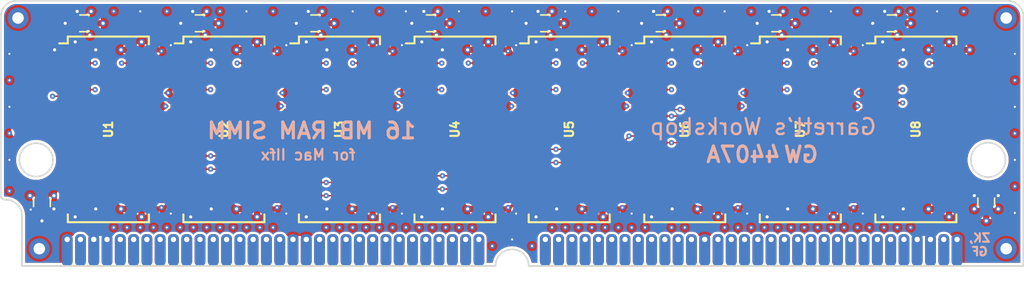
<source format=kicad_pcb>
(kicad_pcb (version 20221018) (generator pcbnew)
  (layers (0 "F.Cu" signal) (1 "In1.Cu" power) (2 "In2.Cu" signal) (31 "B.Cu" power) (34 "B.Paste" user) (35 "F.Paste" user) (36 "B.SilkS" user "B.Silkscreen") (37 "F.SilkS" user "F.Silkscreen") (38 "B.Mask" user) (39 "F.Mask" user) (44 "Edge.Cuts" user))
  (net 0 "")
  (net 1 "+5V")
  (net 2 "/D0")
  (net 3 "/D1")
  (net 4 "/D2")
  (net 5 "/D3")
  (net 6 "GND")
  (net 7 "/D4")
  (net 8 "/D5")
  (net 9 "/D6")
  (net 10 "/A11")
  (net 11 "/D7")
  (net 12 "/A0")
  (net 13 "/A1")
  (net 14 "/A2")
  (net 15 "/A3")
  (net 16 "/A4")
  (net 17 "/A5")
  (net 18 "/A6")
  (net 19 "/A7")
  (net 20 "/A8")
  (net 21 "/A9")
  (net 22 "/A10")
  (net 23 "/PDCO")
  (net 24 "/PDCI")
  (net 25 "/~{WWP}")
  (net 26 "/PQ")
  (net 27 "Net-(J1-Pad57)")
  (net 28 "Net-(J1-Pad56)")
  (net 29 "/~{RAS}")
  (net 30 "Net-(J1-Pad54)")
  (net 31 "/~{Q}B")
  (net 32 "/~{W}7")
  (net 33 "/Q7")
  (net 34 "Net-(J1-Pad49)")
  (net 35 "/~{W}6")
  (net 36 "/Q6")
  (net 37 "Net-(J1-Pad44)")
  (net 38 "Net-(J1-Pad43)")
  (net 39 "/~{W}5")
  (net 40 "/Q5")
  (net 41 "Net-(J1-Pad36)")
  (net 42 "/~{W}4")
  (net 43 "/Q4")
  (net 44 "Net-(J1-Pad30)")
  (net 45 "/~{W}3")
  (net 46 "/Q3")
  (net 47 "Net-(J1-Pad24)")
  (net 48 "/~{W}2")
  (net 49 "/Q2")
  (net 50 "Net-(J1-Pad16)")
  (net 51 "/~{W}1")
  (net 52 "/Q1")
  (net 53 "Net-(J1-Pad10)")
  (net 54 "/~{W}0")
  (net 55 "/Q0")
  (net 56 "/~{CAS}")
  (net 57 "Net-(J1-Pad2)")
  (net 58 "Net-(U1-Pad24)")
  (net 59 "Net-(U1-Pad22)")
  (net 60 "Net-(U1-Pad3)")
  (net 61 "Net-(U2-Pad3)")
  (net 62 "Net-(U2-Pad22)")
  (net 63 "Net-(U2-Pad24)")
  (net 64 "Net-(U3-Pad24)")
  (net 65 "Net-(U3-Pad22)")
  (net 66 "Net-(U3-Pad3)")
  (net 67 "Net-(U4-Pad3)")
  (net 68 "Net-(U4-Pad22)")
  (net 69 "Net-(U4-Pad24)")
  (net 70 "Net-(U5-Pad24)")
  (net 71 "Net-(U5-Pad22)")
  (net 72 "Net-(U5-Pad3)")
  (net 73 "Net-(U6-Pad3)")
  (net 74 "Net-(U6-Pad22)")
  (net 75 "Net-(U6-Pad24)")
  (net 76 "Net-(U7-Pad24)")
  (net 77 "Net-(U7-Pad22)")
  (net 78 "Net-(U7-Pad3)")
  (net 79 "Net-(U8-Pad3)")
  (net 80 "Net-(U8-Pad22)")
  (net 81 "Net-(U8-Pad24)")
  (footprint "stdpads:PasteHole_1.1mm_PTH" (layer "F.Cu") (at 167.894 125.984)
    (fp_text reference "H3")
    (fp_text value " " hide)
  )
  (footprint "stdpads:PasteHole_1.1mm_PTH" (layer "F.Cu") (at 75.438 125.984)
    (fp_text reference "H2")
    (fp_text value " " hide)
  )
  (footprint "stdpads:Fiducial" (layer "F.Cu") (at 165.354 125.984)
    (fp_text reference "FID3" hide)
    (fp_text value "Fiducial" hide)
  )
  (footprint "stdpads:Fiducial" (layer "F.Cu") (at 165.354 103.886)
    (fp_text reference "FID4" hide)
    (fp_text value "Fiducial" hide)
  )
  (footprint "stdpads:SOJ-24-26_300mil" (layer "F.Cu") (at 93.091 114.554)
    (fp_text reference "U2")
    (fp_text value "KM41C16000")
  )
  (footprint "stdpads:SOJ-24-26_300mil" (layer "F.Cu") (at 104.14 114.554)
    (fp_text reference "U3")
    (fp_text value "KM41C16000")
  )
  (footprint "stdpads:C_0805" (layer "F.Cu") (at 79.717 104.394)
    (fp_text reference "C1")
    (fp_text value "2u2")
  )
  (footprint "stdpads:C_0805" (layer "F.Cu") (at 90.766 104.394)
    (fp_text reference "C2")
    (fp_text value "2u2")
  )
  (footprint "stdpads:C_0805" (layer "F.Cu") (at 101.815 104.394)
    (fp_text reference "C3")
    (fp_text value "2u2")
  )
  (footprint "stdpads:C_0805" (layer "F.Cu") (at 123.786 104.394)
    (fp_text reference "C5")
    (fp_text value "2u2")
  )
  (footprint "stdpads:C_0805" (layer "F.Cu") (at 134.835 104.394)
    (fp_text reference "C6")
    (fp_text value "2u2")
  )
  (footprint "stdpads:C_0805" (layer "F.Cu") (at 145.884 104.394)
    (fp_text reference "C7")
    (fp_text value "2u2")
  )
  (footprint "stdpads:C_0805" (layer "F.Cu") (at 156.933 104.394)
    (fp_text reference "C8")
    (fp_text value "2u2")
  )
  (footprint "stdpads:C_0805" (layer "F.Cu") (at 112.864 104.394)
    (fp_text reference "C4")
    (fp_text value "2u2")
  )
  (footprint "stdpads:C_0805" (layer "F.Cu") (at 165.989 121.539 -90)
    (fp_text reference "C8")
    (fp_text value "2u2")
  )
  (footprint "stdpads:C_0805" (layer "F.Cu") (at 75.692 121.539 90)
    (fp_text reference "C8")
    (fp_text value "2u2")
  )
  (footprint "stdpads:SOJ-24-26_300mil" (layer "F.Cu") (at 126.111 114.554)
    (fp_text reference "U5")
    (fp_text value "KM41C16000")
  )
  (footprint "stdpads:SOJ-24-26_300mil" (layer "F.Cu") (at 137.16 114.554)
    (fp_text reference "U6")
    (fp_text value "KM41C16000")
  )
  (footprint "stdpads:Fiducial" (layer "F.Cu") (at 73.914 114.554)
    (fp_text reference "FID2" hide)
    (fp_text value "Fiducial" hide)
  )
  (footprint "stdpads:SOJ-24-26_300mil" (layer "F.Cu") (at 115.189 114.554)
    (fp_text reference "U4")
    (fp_text value "KM41C16000")
  )
  (footprint "stdpads:MacIIROMSIMM_Edge" (layer "F.Cu") (at 120.65 127.635)
    (fp_text reference "J1" hide)
    (fp_text value "IIfxRAM")
  )
  (footprint "stdpads:SOJ-24-26_300mil" (layer "F.Cu") (at 82.042 114.554)
    (fp_text reference "U1")
    (fp_text value "KM41C16000")
  )
  (footprint "stdpads:SOJ-24-26_300mil" (layer "F.Cu") (at 159.258 114.554)
    (fp_text reference "U8")
    (fp_text value "KM41C16000")
  )
  (footprint "stdpads:SOJ-24-26_300mil" (layer "F.Cu") (at 148.209 114.554)
    (fp_text reference "U7")
    (fp_text value "KM41C16000")
  )
  (footprint "stdpads:PasteHole_1.1mm_PTH" (layer "F.Cu") (at 167.894 103.886)
    (fp_text reference "H4")
    (fp_text value " " hide)
  )
  (footprint "stdpads:PasteHole_1.1mm_PTH" (layer "F.Cu") (at 73.406 103.886)
    (fp_text reference "H1")
    (fp_text value " " hide)
  )
  (footprint "stdpads:Fiducial" (layer "F.Cu") (at 75.946 103.886)
    (fp_text reference "FID1" hide)
    (fp_text value "Fiducial" hide)
  )
  (gr_arc (start 119.0625 127.635) (mid 120.65 126.0475) (end 122.2375 127.635) (stroke (width 0.15)) (layer "Edge.Cuts"))
  (gr_arc (start 72.1995 121.285) (mid 73.322032 121.749968) (end 73.787 122.8725) (stroke (width 0.15)) (layer "Edge.Cuts"))
  (gr_line (start 71.755 120.904) (end 71.755 103.759) (stroke (width 0.15)) (layer "Edge.Cuts"))
  (gr_line (start 169.545 127.635) (end 169.545 103.759) (stroke (width 0.15)) (layer "Edge.Cuts"))
  (gr_line (start 122.2375 127.635) (end 169.545 127.635) (stroke (width 0.15)) (layer "Edge.Cuts"))
  (gr_line (start 73.787 127.635) (end 119.0625 127.635) (stroke (width 0.15)) (layer "Edge.Cuts"))
  (gr_line (start 73.787 122.8725) (end 73.787 127.635) (stroke (width 0.15)) (layer "Edge.Cuts"))
  (gr_line (start 72.136 121.285) (end 72.1995 121.285) (stroke (width 0.15)) (layer "Edge.Cuts"))
  (gr_line (start 73.279 102.235) (end 168.021 102.235) (stroke (width 0.15)) (layer "Edge.Cuts"))
  (gr_circle (center 75.1332 117.475) (end 76.7332 117.475) (stroke (width 0.15)) (fill none) (layer "Edge.Cuts"))
  (gr_arc (start 71.755 103.759) (mid 72.201369 102.681369) (end 73.279 102.235) (stroke (width 0.15)) (layer "Edge.Cuts"))
  (gr_arc (start 72.136 121.285) (mid 71.866592 121.173408) (end 71.755 120.904) (stroke (width 0.15)) (layer "Edge.Cuts"))
  (gr_circle (center 166.1668 117.475) (end 167.8178 117.475) (stroke (width 0.15)) (fill none) (layer "Edge.Cuts"))
  (gr_arc (start 168.021 102.235) (mid 169.098631 102.681369) (end 169.545 103.759) (stroke (width 0.15)) (layer "Edge.Cuts"))
  (gr_text "16 MB RAM SIMM" (at 101.473 114.681) (layer "B.SilkS") (effects (font (size 1.524 1.524) (thickness 0.3)) (justify mirror)))
  (gr_text "Garrett’s Workshop" (at 144.653 114.3) (layer "B.SilkS") (effects (font (size 1.524 1.524) (thickness 0.225)) (justify mirror)))
  (gr_text "4407A" (at 146.452286 116.967) (layer "B.SilkS") (effects (font (size 1.5 1.5) (thickness 0.3)) (justify left mirror)))
  (gr_text "GW" (at 146.472714 116.967) (layer "B.SilkS") (effects (font (size 1.5 1.5) (thickness 0.3)) (justify right mirror)))
  (gr_text "for Mac IIfx" (at 101.1428 116.9924) (layer "B.SilkS") (effects (font (size 1.016 1.016) (thickness 0.2032)) (justify mirror)))
  (gr_text "ZK,\nGF" (at 165.354 125.603) (layer "B.SilkS") (effects (font (size 0.8128 0.8128) (thickness 0.2032)) (justify mirror)))
  (segment (start 89.916 122.174) (end 91.8845 122.174) (width 0.6) (layer "F.Cu") (net 1))
  (segment (start 89.916 106.934) (end 91.8845 106.934) (width 0.6) (layer "F.Cu") (net 1))
  (segment (start 89.916 106.934) (end 89.916 106.172) (width 0.6) (layer "F.Cu") (net 1))
  (segment (start 89.916 122.174) (end 89.916 122.936) (width 0.6) (layer "F.Cu") (net 1))
  (segment (start 88.011 106.7435) (end 88.011 106.4895) (width 0.5) (layer "F.Cu") (net 1))
  (segment (start 88.2015 122.174) (end 88.011 122.3645) (width 0.5) (layer "F.Cu") (net 1))
  (segment (start 88.011 122.3645) (end 88.011 122.6185) (width 0.5) (layer "F.Cu") (net 1))
  (segment (start 89.916 106.934) (end 88.2015 106.934) (width 0.5) (layer "F.Cu") (net 1))
  (segment (start 89.916 122.174) (end 88.2015 122.174) (width 0.5) (layer "F.Cu") (net 1))
  (segment (start 88.2015 106.934) (end 88.011 106.7435) (width 0.5) (layer "F.Cu") (net 1))
  (segment (start 100.965 106.934) (end 100.965 106.172) (width 0.6) (layer "F.Cu") (net 1))
  (segment (start 99.06 106.7435) (end 99.06 106.4895) (width 0.5) (layer "F.Cu") (net 1))
  (segment (start 100.965 122.174) (end 100.965 122.936) (width 0.6) (layer "F.Cu") (net 1))
  (segment (start 100.965 106.934) (end 99.2505 106.934) (width 0.5) (layer "F.Cu") (net 1))
  (segment (start 99.06 122.3645) (end 99.06 122.6185) (width 0.5) (layer "F.Cu") (net 1))
  (segment (start 100.965 122.174) (end 99.2505 122.174) (width 0.5) (layer "F.Cu") (net 1))
  (segment (start 100.965 122.174) (end 102.9335 122.174) (width 0.6) (layer "F.Cu") (net 1))
  (segment (start 99.2505 122.174) (end 99.06 122.3645) (width 0.5) (layer "F.Cu") (net 1))
  (segment (start 100.965 106.934) (end 102.9335 106.934) (width 0.6) (layer "F.Cu") (net 1))
  (segment (start 99.2505 106.934) (end 99.06 106.7435) (width 0.5) (layer "F.Cu") (net 1))
  (segment (start 122.936 106.934) (end 124.9045 106.934) (width 0.6) (layer "F.Cu") (net 1))
  (segment (start 121.2215 106.934) (end 121.031 106.7435) (width 0.5) (layer "F.Cu") (net 1))
  (segment (start 122.936 122.174) (end 122.936 122.936) (width 0.6) (layer "F.Cu") (net 1))
  (segment (start 121.031 106.7435) (end 121.031 106.4895) (width 0.5) (layer "F.Cu") (net 1))
  (segment (start 122.936 106.934) (end 122.936 106.172) (width 0.6) (layer "F.Cu") (net 1))
  (segment (start 121.2215 122.174) (end 121.031 122.3645) (width 0.5) (layer "F.Cu") (net 1))
  (segment (start 122.936 122.174) (end 121.2215 122.174) (width 0.5) (layer "F.Cu") (net 1))
  (segment (start 121.031 122.3645) (end 121.031 122.6185) (width 0.5) (layer "F.Cu") (net 1))
  (segment (start 122.936 122.174) (end 124.9045 122.174) (width 0.6) (layer "F.Cu") (net 1))
  (segment (start 122.936 106.934) (end 121.2215 106.934) (width 0.5) (layer "F.Cu") (net 1))
  (segment (start 133.985 122.174) (end 132.2705 122.174) (width 0.5) (layer "F.Cu") (net 1))
  (segment (start 133.985 106.934) (end 132.2705 106.934) (width 0.5) (layer "F.Cu") (net 1))
  (segment (start 132.2705 122.174) (end 132.08 122.3645) (width 0.5) (layer "F.Cu") (net 1))
  (segment (start 132.08 122.3645) (end 132.08 122.6185) (width 0.5) (layer "F.Cu") (net 1))
  (segment (start 133.985 106.934) (end 133.985 106.172) (width 0.6) (layer "F.Cu") (net 1))
  (segment (start 133.985 122.174) (end 135.9535 122.174) (width 0.6) (layer "F.Cu") (net 1))
  (segment (start 132.2705 106.934) (end 132.08 106.7435) (width 0.5) (layer "F.Cu") (net 1))
  (segment (start 132.08 106.7435) (end 132.08 106.4895) (width 0.5) (layer "F.Cu") (net 1))
  (segment (start 133.985 122.174) (end 133.985 122.936) (width 0.6) (layer "F.Cu") (net 1))
  (segment (start 133.985 106.934) (end 135.9535 106.934) (width 0.6) (layer "F.Cu") (net 1))
  (segment (start 145.034 106.934) (end 147.0025 106.934) (width 0.6) (layer "F.Cu") (net 1))
  (segment (start 145.034 122.174) (end 143.3195 122.174) (width 0.5) (layer "F.Cu") (net 1))
  (segment (start 143.129 122.3645) (end 143.129 122.6185) (width 0.5) (layer "F.Cu") (net 1))
  (segment (start 145.034 106.934) (end 145.034 106.172) (width 0.6) (layer "F.Cu") (net 1))
  (segment (start 145.034 106.934) (end 143.3195 106.934) (width 0.5) (layer "F.Cu") (net 1))
  (segment (start 145.034 122.174) (end 147.0025 122.174) (width 0.6) (layer "F.Cu") (net 1))
  (segment (start 143.3195 122.174) (end 143.129 122.3645) (width 0.5) (layer "F.Cu") (net 1))
  (segment (start 143.3195 106.934) (end 143.129 106.7435) (width 0.5) (layer "F.Cu") (net 1))
  (segment (start 143.129 106.7435) (end 143.129 106.4895) (width 0.5) (layer "F.Cu") (net 1))
  (segment (start 145.034 122.174) (end 145.034 122.936) (width 0.6) (layer "F.Cu") (net 1))
  (segment (start 154.178 122.3645) (end 154.178 122.6185) (width 0.5) (layer "F.Cu") (net 1))
  (segment (start 156.083 106.934) (end 154.3685 106.934) (width 0.5) (layer "F.Cu") (net 1))
  (segment (start 156.083 106.934) (end 156.083 106.172) (width 0.6) (layer "F.Cu") (net 1))
  (segment (start 156.083 106.934) (end 158.0515 106.934) (width 0.6) (layer "F.Cu") (net 1))
  (segment (start 154.3685 122.174) (end 154.178 122.3645) (width 0.5) (layer "F.Cu") (net 1))
  (segment (start 156.083 122.174) (end 158.0515 122.174) (width 0.6) (layer "F.Cu") (net 1))
  (segment (start 156.083 122.174) (end 154.3685 122.174) (width 0.5) (layer "F.Cu") (net 1))
  (segment (start 154.3685 106.934) (end 154.178 106.7435) (width 0.5) (layer "F.Cu") (net 1))
  (segment (start 156.083 122.174) (end 156.083 122.936) (width 0.6) (layer "F.Cu") (net 1))
  (segment (start 154.178 106.7435) (end 154.178 106.4895) (width 0.5) (layer "F.Cu") (net 1))
  (segment (start 112.014 122.174) (end 110.2995 122.174) (width 0.5) (layer "F.Cu") (net 1))
  (segment (start 110.2995 122.174) (end 110.109 122.3645) (width 0.5) (layer "F.Cu") (net 1))
  (segment (start 110.109 122.3645) (end 110.109 122.6185) (width 0.5) (layer "F.Cu") (net 1))
  (segment (start 112.014 122.174) (end 113.9825 122.174) (width 0.6) (layer "F.Cu") (net 1))
  (segment (start 112.014 122.174) (end 112.014 122.936) (width 0.6) (layer "F.Cu") (net 1))
  (segment (start 112.014 106.934) (end 110.2995 106.934) (width 0.5) (layer "F.Cu") (net 1))
  (segment (start 112.014 106.934) (end 112.014 106.172) (width 0.6) (layer "F.Cu") (net 1))
  (segment (start 110.2995 106.934) (end 110.109 106.7435) (width 0.5) (layer "F.Cu") (net 1))
  (segment (start 110.109 106.7435) (end 110.109 106.4895) (width 0.5) (layer "F.Cu") (net 1))
  (segment (start 112.014 106.934) (end 113.9825 106.934) (width 0.6) (layer "F.Cu") (net 1))
  (segment (start 89.916 104.394) (end 89.916 106.172) (width 0.8) (layer "F.Cu") (net 1))
  (segment (start 89.916 104.394) (end 88.9635 104.394) (width 0.6) (layer "F.Cu") (net 1))
  (segment (start 89.916 103.4415) (end 90.1065 103.251) (width 0.6) (layer "F.Cu") (net 1))
  (segment (start 89.916 104.394) (end 89.916 103.4415) (width 0.6) (layer "F.Cu") (net 1))
  (segment (start 100.965 104.394) (end 100.965 106.172) (width 0.8) (layer "F.Cu") (net 1))
  (segment (start 100.965 103.4415) (end 101.1555 103.251) (width 0.6) (layer "F.Cu") (net 1))
  (segment (start 100.965 104.394) (end 100.0125 104.394) (width 0.6) (layer "F.Cu") (net 1))
  (segment (start 100.965 104.394) (end 100.965 103.4415) (width 0.6) (layer "F.Cu") (net 1))
  (segment (start 112.014 104.394) (end 111.0615 104.394) (width 0.6) (layer "F.Cu") (net 1))
  (segment (start 112.014 104.394) (end 112.014 103.4415) (width 0.6) (layer "F.Cu") (net 1))
  (segment (start 112.014 103.4415) (end 112.2045 103.251) (width 0.6) (layer "F.Cu") (net 1))
  (segment (start 112.014 104.394) (end 112.014 106.172) (width 0.8) (layer "F.Cu") (net 1))
  (segment (start 122.936 104.394) (end 122.936 106.172) (width 0.8) (layer "F.Cu") (net 1))
  (segment (start 122.936 103.4415) (end 123.1265 103.251) (width 0.6) (layer "F.Cu") (net 1))
  (segment (start 122.936 104.394) (end 122.936 103.4415) (width 0.6) (layer "F.Cu") (net 1))
  (segment (start 122.936 104.394) (end 121.9835 104.394) (width 0.6) (layer "F.Cu") (net 1))
  (segment (start 133.985 104.394) (end 133.0325 104.394) (width 0.6) (layer "F.Cu") (net 1))
  (segment (start 133.985 104.394) (end 133.985 106.172) (width 0.8) (layer "F.Cu") (net 1))
  (segment (start 133.985 104.394) (end 133.985 103.4415) (width 0.6) (layer "F.Cu") (net 1))
  (segment (start 133.985 103.4415) (end 134.1755 103.251) (width 0.6) (layer "F.Cu") (net 1))
  (segment (start 145.034 104.394) (end 145.034 106.172) (width 0.8) (layer "F.Cu") (net 1))
  (segment (start 145.034 104.394) (end 144.0815 104.394) (width 0.6) (layer "F.Cu") (net 1))
  (segment (start 145.034 104.394) (end 145.034 103.4415) (width 0.6) (layer "F.Cu") (net 1))
  (segment (start 145.034 103.4415) (end 145.2245 103.251) (width 0.6) (layer "F.Cu") (net 1))
  (segment (start 156.083 104.394) (end 156.083 103.4415) (width 0.6) (layer "F.Cu") (net 1))
  (segment (start 156.083 104.394) (end 156.083 106.172) (width 0.8) (layer "F.Cu") (net 1))
  (segment (start 156.083 103.4415) (end 156.2735 103.251) (width 0.6) (layer "F.Cu") (net 1))
  (segment (start 156.083 104.394) (end 155.1305 104.394) (width 0.6) (layer "F.Cu") (net 1))
  (segment (start 165.061 120.689) (end 164.846 120.904) (width 0.6) (layer "F.Cu") (net 1))
  (segment (start 165.989 120.689) (end 165.061 120.689) (width 0.6) (layer "F.Cu") (net 1))
  (segment (start 76.62 122.389) (end 76.835 122.174) (width 0.6) (layer "F.Cu") (net 1))
  (segment (start 75.692 122.389) (end 76.62 122.389) (width 0.6) (layer "F.Cu") (net 1))
  (segment (start 75.692 122.389) (end 75.692 123.317) (width 0.6) (layer "F.Cu") (net 1))
  (segment (start 78.867 103.4415) (end 79.0575 103.251) (width 0.6) (layer "F.Cu") (net 1))
  (segment (start 78.867 106.934) (end 80.8355 106.934) (width 0.6) (layer "F.Cu") (net 1))
  (segment (start 78.867 104.394) (end 78.867 106.172) (width 0.8) (layer "F.Cu") (net 1))
  (segment (start 78.867 106.934) (end 78.867 106.172) (width 0.6) (layer "F.Cu") (net 1))
  (segment (start 74.764 122.389) (end 74.6125 122.2375) (width 0.5) (layer "F.Cu") (net 1))
  (segment (start 78.867 122.174) (end 80.8355 122.174) (width 0.6) (layer "F.Cu") (net 1))
  (segment (start 78.867 122.174) (end 78.867 122.936) (width 0.6) (layer "F.Cu") (net 1))
  (segment (start 78.867 104.394) (end 78.867 103.4415) (width 0.6) (layer "F.Cu") (net 1))
  (segment (start 166.917 120.689) (end 167.132 120.904) (width 0.6) (layer "F.Cu") (net 1))
  (segment (start 165.989 120.689) (end 166.917 120.689) (width 0.6) (layer "F.Cu") (net 1))
  (segment (start 75.692 122.389) (end 74.764 122.389) (width 0.5) (layer "F.Cu") (net 1))
  (segment (start 78.867 106.934) (end 76.8985 106.934) (width 0.6) (layer "F.Cu") (net 1))
  (segment (start 76.835 122.174) (end 78.867 122.174) (width 0.6) (layer "F.Cu") (net 1))
  (segment (start 78.867 104.394) (end 77.9145 104.394) (width 0.6) (layer "F.Cu") (net 1))
  (via (at 72.5805 117.475) (size 0.508) (drill 0.2) (layers "F.Cu" "B.Cu") (net 1))
  (via (at 168.7195 117.475) (size 0.508) (drill 0.2) (layers "F.Cu" "B.Cu") (net 1))
  (via (at 120.65 125.095) (size 0.508) (drill 0.2) (layers "F.Cu" "B.Cu") (net 1))
  (via (at 91.8845 122.174) (size 0.6) (drill 0.3) (layers "F.Cu" "B.Cu") (net 1))
  (via (at 91.8845 106.934) (size 0.6) (drill 0.3) (layers "F.Cu" "B.Cu") (net 1))
  (via (at 89.916 106.172) (size 0.6) (drill 0.3) (layers "F.Cu" "B.Cu") (net 1))
  (via (at 89.916 122.936) (size 0.6) (drill 0.3) (layers "F.Cu" "B.Cu") (net 1))
  (via (at 88.011 122.6185) (size 0.5) (drill 0.2) (layers "F.Cu" "B.Cu") (net 1))
  (via (at 88.011 106.4895) (size 0.5) (drill 0.2) (layers "F.Cu" "B.Cu") (net 1))
  (via (at 99.06 122.6185) (size 0.5) (drill 0.2) (layers "F.Cu" "B.Cu") (net 1))
  (via (at 99.06 106.4895) (size 0.5) (drill 0.2) (layers "F.Cu" "B.Cu") (net 1))
  (via (at 102.9335 106.934) (size 0.6) (drill 0.3) (layers "F.Cu" "B.Cu") (net 1))
  (via (at 100.965 122.936) (size 0.6) (drill 0.3) (layers "F.Cu" "B.Cu") (net 1))
  (via (at 102.9335 122.174) (size 0.6) (drill 0.3) (layers "F.Cu" "B.Cu") (net 1))
  (via (at 100.965 106.172) (size 0.6) (drill 0.3) (layers "F.Cu" "B.Cu") (net 1))
  (via (at 122.936 106.172) (size 0.6) (drill 0.3) (layers "F.Cu" "B.Cu") (net 1))
  (via (at 122.936 122.936) (size 0.6) (drill 0.3) (layers "F.Cu" "B.Cu") (net 1))
  (via (at 121.031 122.6185) (size 0.5) (drill 0.2) (layers "F.Cu" "B.Cu") (net 1))
  (via (at 124.9045 106.934) (size 0.6) (drill 0.3) (layers "F.Cu" "B.Cu") (net 1))
  (via (at 121.031 106.4895) (size 0.5) (drill 0.2) (layers "F.Cu" "B.Cu") (net 1))
  (via (at 124.9045 122.174) (size 0.6) (drill 0.3) (layers "F.Cu" "B.Cu") (net 1))
  (via (at 135.9535 122.174) (size 0.6) (drill 0.3) (layers "F.Cu" "B.Cu") (net 1))
  (via (at 135.9535 106.934) (size 0.6) (drill 0.3) (layers "F.Cu" "B.Cu") (net 1))
  (via (at 133.985 122.936) (size 0.6) (drill 0.3) (layers "F.Cu" "B.Cu") (net 1))
  (via (at 132.08 122.6185) (size 0.5) (drill 0.2) (layers "F.Cu" "B.Cu") (net 1))
  (via (at 132.08 106.4895) (size 0.5) (drill 0.2) (layers "F.Cu" "B.Cu") (net 1))
  (via (at 133.985 106.172) (size 0.6) (drill 0.3) (layers "F.Cu" "B.Cu") (net 1))
  (via (at 147.0025 122.174) (size 0.6) (drill 0.3) (layers "F.Cu" "B.Cu") (net 1))
  (via (at 147.0025 106.934) (size 0.6) (drill 0.3) (layers "F.Cu" "B.Cu") (net 1))
  (via (at 143.129 122.6185) (size 0.5) (drill 0.2) (layers "F.Cu" "B.Cu") (net 1))
  (via (at 145.034 122.936) (size 0.6) (drill 0.3) (layers "F.Cu" "B.Cu") (net 1))
  (via (at 143.129 106.4895) (size 0.5) (drill 0.2) (layers "F.Cu" "B.Cu") (net 1))
  (via (at 145.034 106.172) (size 0.6) (drill 0.3) (layers "F.Cu" "B.Cu") (net 1))
  (via (at 158.0515 122.174) (size 0.6) (drill 0.3) (layers "F.Cu" "B.Cu") (net 1))
  (via (at 158.0515 106.934) (size 0.6) (drill 0.3) (layers "F.Cu" "B.Cu") (net 1))
  (via (at 154.178 122.6185) (size 0.5) (drill 0.2) (layers "F.Cu" "B.Cu") (net 1))
  (via (at 156.083 122.936) (size 0.6) (drill 0.3) (layers "F.Cu" "B.Cu") (net 1))
  (via (at 154.178 106.4895) (size 0.5) (drill 0.2) (layers "F.Cu" "B.Cu") (net 1))
  (via (at 156.083 106.172) (size 0.6) (drill 0.3) (layers "F.Cu" "B.Cu") (net 1))
  (via (at 113.9825 122.174) (size 0.6) (drill 0.3) (layers "F.Cu" "B.Cu") (net 1))
  (via (at 112.014 122.936) (size 0.6) (drill 0.3) (layers "F.Cu" "B.Cu") (net 1))
  (via (at 110.109 122.6185) (size 0.5) (drill 0.2) (layers "F.Cu" "B.Cu") (net 1))
  (via (at 113.9825 106.934) (size 0.6) (drill 0.3) (layers "F.Cu" "B.Cu") (net 1))
  (via (at 110.109 106.4895) (size 0.5) (drill 0.2) (layers "F.Cu" "B.Cu") (net 1))
  (via (at 112.014 106.172) (size 0.6) (drill 0.3) (layers "F.Cu" "B.Cu") (net 1))
  (via (at 88.9635 104.394) (size 0.6) (drill 0.3) (layers "F.Cu" "B.Cu") (net 1))
  (via (at 90.1065 103.251) (size 0.6) (drill 0.3) (layers "F.Cu" "B.Cu") (net 1))
  (via (at 100.0125 104.394) (size 0.6) (drill 0.3) (layers "F.Cu" "B.Cu") (net 1))
  (via (at 101.1555 103.251) (size 0.6) (drill 0.3) (layers "F.Cu" "B.Cu") (net 1))
  (via (at 112.2045 103.251) (size 0.6) (drill 0.3) (layers "F.Cu" "B.Cu") (net 1))
  (via (at 111.0615 104.394) (size 0.6) (drill 0.3) (layers "F.Cu" "B.Cu") (net 1))
  (via (at 123.1265 103.251) (size 0.6) (drill 0.3) (layers "F.Cu" "B.Cu") (net 1))
  (via (at 121.9835 104.394) (size 0.6) (drill 0.3) (layers "F.Cu" "B.Cu") (net 1))
  (via (at 133.0325 104.394) (size 0.6) (drill 0.3) (layers "F.Cu" "B.Cu") (net 1))
  (via (at 134.1755 103.251) (size 0.6) (drill 0.3) (layers "F.Cu" "B.Cu") (net 1))
  (via (at 145.2245 103.251) (size 0.6) (drill 0.3) (layers "F.Cu" "B.Cu") (net 1))
  (via (at 144.0815 104.394) (size 0.6) (drill 0.3) (layers "F.Cu" "B.Cu") (net 1))
  (via (at 156.2735 103.251) (size 0.6) (drill 0.3) (layers "F.Cu" "B.Cu") (net 1))
  (via (at 155.1305 104.394) (size 0.6) (drill 0.3) (layers "F.Cu" "B.Cu") (net 1))
  (via (at 164.846 120.904) (size 0.6) (drill 0.3) (layers "F.Cu" "B.Cu") (net 1))
  (via (at 76.835 122.174) (size 0.6) (drill 0.3) (layers "F.Cu" "B.Cu") (net 1))
  (via (at 75.692 123.317) (size 0.6) (drill 0.3) (layers "F.Cu" "B.Cu") (net 1))
  (via (at 72.5805 112.395) (size 0.508) (drill 0.2) (layers "F.Cu" "B.Cu") (net 1))
  (via (at 72.5805 107.315) (size 0.508) (drill 0.2) (layers "F.Cu" "B.Cu") (net 1))
  (via (at 168.7195 122.555) (size 0.508) (drill 0.2) (layers "F.Cu" "B.Cu") (net 1))
  (via (at 168.7195 112.395) (size 0.508) (drill 0.2) (layers "F.Cu" "B.Cu") (net 1))
  (via (at 168.7195 107.315) (size 0.508) (drill 0.2) (layers "F.Cu" "B.Cu") (net 1))
  (via (at 120.65 103.251) (size 0.508) (drill 0.2) (layers "F.Cu" "B.Cu") (net 1))
  (via (at 115.57 103.251) (size 0.508) (drill 0.2) (layers "F.Cu" "B.Cu") (net 1))
  (via (at 125.73 103.251) (size 0.508) (drill 0.2) (layers "F.Cu" "B.Cu") (net 1))
  (via (at 130.81 103.251) (size 0.508) (drill 0.2) (layers "F.Cu" "B.Cu") (net 1))
  (via (at 140.97 103.251) (size 0.508) (drill 0.2) (layers "F.Cu" "B.Cu") (net 1))
  (via (at 151.13 103.251) (size 0.508) (drill 0.2) (layers "F.Cu" "B.Cu") (net 1))
  (via (at 110.49 103.251) (size 0.508) (drill 0.2) (layers "F.Cu" "B.Cu") (net 1))
  (via (at 105.41 103.251) (size 0.508) (drill 0.2) (layers "F.Cu" "B.Cu") (net 1))
  (via (at 95.25 103.251) (size 0.508) (drill 0.2) (layers "F.Cu" "B.Cu") (net 1))
  (via (at 85.09 103.251) (size 0.508) (drill 0.2) (layers "F.Cu" "B.Cu") (net 1))
  (via (at 161.29 103.251) (size 0.508) (drill 0.2) (layers "F.Cu" "B.Cu") (net 1))
  (via (at 74.6125 122.2375) (size 0.5) (drill 0.2) (layers "F.Cu" "B.Cu") (net 1))
  (via (at 79.0575 103.251) (size 0.6) (drill 0.3) (layers "F.Cu" "B.Cu") (net 1))
  (via (at 80.8355 122.174) (size 0.6) (drill 0.3) (layers "F.Cu" "B.Cu") (net 1))
  (via (at 80.8355 106.934) (size 0.6) (drill 0.3) (layers "F.Cu" "B.Cu") (net 1))
  (via (at 76.8985 106.934) (size 0.6) (drill 0.3) (layers "F.Cu" "B.Cu") (net 1))
  (via (at 167.132 120.904) (size 0.6) (drill 0.3) (layers "F.Cu" "B.Cu") (net 1))
  (via (at 78.867 106.172) (size 0.6) (drill 0.3) (layers "F.Cu" "B.Cu") (net 1))
  (via (at 77.9145 104.394) (size 0.6) (drill 0.3) (layers "F.Cu" "B.Cu") (net 1))
  (via (at 78.867 122.936) (size 0.6) (drill 0.3) (layers "F.Cu" "B.Cu") (net 1))
  (segment (start 160.655 125.095) (end 160.655 124.46) (width 1) (layer "B.Cu") (net 1))
  (segment (start 81.915 125.095) (end 81.915 124.714) (width 1) (layer "B.Cu") (net 1))
  (segment (start 80.645 125.095) (end 80.645 124.46) (width 1) (layer "B.Cu") (net 1))
  (segment (start 159.385 125.095) (end 159.385 124.714) (width 1) (layer "B.Cu") (net 1))
  (segment (start 78.867 108.204) (end 80.772 108.204) (width 0.15) (layer "F.Cu") (net 2))
  (via (at 80.772 108.204) (size 0.5) (drill 0.2) (layers "F.Cu" "B.Cu") (net 2))
  (segment (start 91.821 108.204) (end 89.916 108.204) (width 0.15) (layer "F.Cu") (net 3))
  (via (at 91.821 108.204) (size 0.5) (drill 0.2) (layers "F.Cu" "B.Cu") (net 3))
  (segment (start 102.87 108.204) (end 100.965 108.204) (width 0.15) (layer "F.Cu") (net 4))
  (via (at 102.87 108.204) (size 0.5) (drill 0.2) (layers "F.Cu" "B.Cu") (net 4))
  (segment (start 112.014 108.204) (end 113.919 108.204) (width 0.15) (layer "F.Cu") (net 5))
  (via (at 113.919 108.204) (size 0.5) (drill 0.2) (layers "F.Cu" "B.Cu") (net 5))
  (segment (start 96.266 122.174) (end 98.044 122.174) (width 0.5) (layer "F.Cu") (net 6))
  (segment (start 98.044 122.174) (end 98.171 122.047) (width 0.5) (layer "F.Cu") (net 6))
  (segment (start 96.266 106.934) (end 96.266 106.172) (width 0.6) (layer "F.Cu") (net 6))
  (segment (start 96.266 122.174) (end 94.2975 122.174) (width 0.6) (layer "F.Cu") (net 6))
  (segment (start 96.266 122.174) (end 96.266 122.936) (width 0.6) (layer "F.Cu") (net 6))
  (segment (start 96.266 106.934) (end 94.2975 106.934) (width 0.6) (layer "F.Cu") (net 6))
  (segment (start 96.266 106.934) (end 98.044 106.934) (width 0.5) (layer "F.Cu") (net 6))
  (segment (start 98.044 106.934) (end 98.171 107.061) (width 0.5) (layer "F.Cu") (net 6))
  (segment (start 109.093 122.174) (end 109.22 122.047) (width 0.5) (layer "F.Cu") (net 6))
  (segment (start 107.315 122.174) (end 107.315 122.936) (width 0.6) (layer "F.Cu") (net 6))
  (segment (start 109.093 106.934) (end 109.22 107.061) (width 0.5) (layer "F.Cu") (net 6))
  (segment (start 107.315 106.934) (end 105.3465 106.934) (width 0.6) (layer "F.Cu") (net 6))
  (segment (start 107.315 122.174) (end 105.3465 122.174) (width 0.6) (layer "F.Cu") (net 6))
  (segment (start 107.315 122.174) (end 109.093 122.174) (width 0.5) (layer "F.Cu") (net 6))
  (segment (start 107.315 106.934) (end 107.315 106.172) (width 0.6) (layer "F.Cu") (net 6))
  (segment (start 107.315 106.934) (end 109.093 106.934) (width 0.5) (layer "F.Cu") (net 6))
  (segment (start 129.286 106.934) (end 131.064 106.934) (width 0.5) (layer "F.Cu") (net 6))
  (segment (start 129.286 106.934) (end 129.286 106.172) (width 0.6) (layer "F.Cu") (net 6))
  (segment (start 131.064 106.934) (end 131.191 107.061) (width 0.5) (layer "F.Cu") (net 6))
  (segment (start 131.064 122.174) (end 131.191 122.047) (width 0.5) (layer "F.Cu") (net 6))
  (segment (start 129.286 122.174) (end 131.064 122.174) (width 0.5) (layer "F.Cu") (net 6))
  (segment (start 129.286 122.174) (end 127.3175 122.174) (width 0.6) (layer "F.Cu") (net 6))
  (segment (start 129.286 106.934) (end 127.3175 106.934) (width 0.6) (layer "F.Cu") (net 6))
  (segment (start 140.335 106.934) (end 138.3665 106.934) (width 0.6) (layer "F.Cu") (net 6))
  (segment (start 140.335 122.174) (end 138.3665 122.174) (width 0.6) (layer "F.Cu") (net 6))
  (segment (start 140.335 122.174) (end 142.113 122.174) (width 0.5) (layer "F.Cu") (net 6))
  (segment (start 142.113 106.934) (end 142.24 107.061) (width 0.5) (layer "F.Cu") (net 6))
  (segment (start 140.335 122.174) (end 140.335 122.936) (width 0.6) (layer "F.Cu") (net 6))
  (segment (start 142.113 122.174) (end 142.24 122.047) (width 0.5) (layer "F.Cu") (net 6))
  (segment (start 140.335 106.934) (end 142.113 106.934) (width 0.5) (layer "F.Cu") (net 6))
  (segment (start 140.335 106.934) (end 140.335 106.172) (width 0.6) (layer "F.Cu") (net 6))
  (segment (start 151.384 122.174) (end 153.162 122.174) (width 0.5) (layer "F.Cu") (net 6))
  (segment (start 151.384 106.934) (end 149.4155 106.934) (width 0.6) (layer "F.Cu") (net 6))
  (segment (start 151.384 122.174) (end 149.4155 122.174) (width 0.6) (layer "F.Cu") (net 6))
  (segment (start 153.162 106.934) (end 153.289 107.061) (width 0.5) (layer "F.Cu") (net 6))
  (segment (start 151.384 122.174) (end 151.384 122.936) (width 0.6) (layer "F.Cu") (net 6))
  (segment (start 153.162 122.174) (end 153.289 122.047) (width 0.5) (layer "F.Cu") (net 6))
  (segment (start 151.384 106.934) (end 153.162 106.934) (width 0.5) (layer "F.Cu") (net 6))
  (segment (start 151.384 106.934) (end 151.384 106.172) (width 0.6) (layer "F.Cu") (net 6))
  (segment (start 162.433 122.174) (end 160.4645 122.174) (width 0.6) (layer "F.Cu") (net 6))
  (segment (start 162.433 106.934) (end 160.4645 106.934) (width 0.6) (layer "F.Cu") (net 6))
  (segment (start 162.433 122.174) (end 162.433 122.936) (width 0.6) (layer "F.Cu") (net 6))
  (segment (start 162.433 106.934) (end 162.433 106.172) (width 0.6) (layer "F.Cu") (net 6))
  (segment (start 118.364 122.174) (end 116.3955 122.174) (width 0.6) (layer "F.Cu") (net 6))
  (segment (start 118.364 122.174) (end 120.142 122.174) (width 0.5) (layer "F.Cu") (net 6))
  (segment (start 118.364 122.174) (end 118.364 122.936) (width 0.6) (layer "F.Cu") (net 6))
  (segment (start 120.142 122.174) (end 120.269 122.047) (width 0.5) (layer "F.Cu") (net 6))
  (segment (start 118.364 106.934) (end 116.3955 106.934) (width 0.6) (layer "F.Cu") (net 6))
  (segment (start 120.142 106.934) (end 120.269 107.061) (width 0.5) (layer "F.Cu") (net 6))
  (segment (start 118.364 106.934) (end 120.142 106.934) (width 0.5) (layer "F.Cu") (net 6))
  (segment (start 118.364 106.934) (end 118.364 106.172) (width 0.6) (layer "F.Cu") (net 6))
  (segment (start 91.616 103.427) (end 91.44 103.251) (width 0.6) (layer "F.Cu") (net 6))
  (segment (start 91.616 104.394) (end 91.616 103.427) (width 0.6) (layer "F.Cu") (net 6))
  (segment (start 91.313 105.537) (end 91.44 105.537) (width 0.6) (layer "F.Cu") (net 6))
  (segment (start 91.616 104.394) (end 92.583 104.394) (width 0.6) (layer "F.Cu") (net 6))
  (segment (start 91.616 104.394) (end 91.616 105.361) (width 0.6) (layer "F.Cu") (net 6))
  (segment (start 91.616 105.361) (end 91.44 105.537) (width 0.6) (layer "F.Cu") (net 6))
  (segment (start 102.665 103.427) (end 102.489 103.251) (width 0.6) (layer "F.Cu") (net 6))
  (segment (start 102.362 105.537) (end 102.489 105.537) (width 0.6) (layer "F.Cu") (net 6))
  (segment (start 102.665 104.394) (end 102.665 105.361) (width 0.6) (layer "F.Cu") (net 6))
  (segment (start 102.665 104.394) (end 102.665 103.427) (width 0.6) (layer "F.Cu") (net 6))
  (segment (start 102.665 105.361) (end 102.489 105.537) (width 0.6) (layer "F.Cu") (net 6))
  (segment (start 102.665 104.394) (end 103.632 104.394) (width 0.6) (layer "F.Cu") (net 6))
  (segment (start 113.714 104.394) (end 113.714 103.427) (width 0.6) (layer "F.Cu") (net 6))
  (segment (start 113.714 104.394) (end 114.681 104.394) (width 0.6) (layer "F.Cu") (net 6))
  (segment (start 113.714 103.427) (end 113.538 103.251) (width 0.6) (layer "F.Cu") (net 6))
  (segment (start 113.714 105.361) (end 113.538 105.537) (width 0.6) (layer "F.Cu") (net 6))
  (segment (start 113.411 105.537) (end 113.538 105.537) (width 0.6) (layer "F.Cu") (net 6))
  (segment (start 113.714 104.394) (end 113.714 105.361) (width 0.6) (layer "F.Cu") (net 6))
  (segment (start 124.636 105.361) (end 124.46 105.537) (width 0.6) (layer "F.Cu") (net 6))
  (segment (start 124.636 104.394) (end 124.636 105.361) (width 0.6) (layer "F.Cu") (net 6))
  (segment (start 124.333 105.537) (end 124.46 105.537) (width 0.6) (layer "F.Cu") (net 6))
  (segment (start 124.636 103.427) (end 124.46 103.251) (width 0.6) (layer "F.Cu") (net 6))
  (segment (start 124.636 104.394) (end 125.603 104.394) (width 0.6) (layer "F.Cu") (net 6))
  (segment (start 124.636 104.394) (end 124.636 103.427) (width 0.6) (layer "F.Cu") (net 6))
  (segment (start 135.685 104.394) (end 135.685 103.427) (width 0.6) (layer "F.Cu") (net 6))
  (segment (start 135.685 103.427) (end 135.509 103.251) (width 0.6) (layer "F.Cu") (net 6))
  (segment (start 135.382 105.537) (end 135.509 105.537) (width 0.6) (layer "F.Cu") (net 6))
  (segment (start 135.685 104.394) (end 135.685 105.361) (width 0.6) (layer "F.Cu") (net 6))
  (segment (start 135.685 105.361) (end 135.509 105.537) (width 0.6) (layer "F.Cu") (net 6))
  (segment (start 135.685 104.394) (end 136.652 104.394) (width 0.6) (layer "F.Cu") (net 6))
  (segment (start 146.734 104.394) (end 147.701 104.394) (width 0.6) (layer "F.Cu") (net 6))
  (segment (start 146.734 104.394) (end 146.734 105.361) (width 0.6) (layer "F.Cu") (net 6))
  (segment (start 146.734 105.361) (end 146.558 105.537) (width 0.6) (layer "F.Cu") (net 6))
  (segment (start 146.734 103.427) (end 146.558 103.251) (width 0.6) (layer "F.Cu") (net 6))
  (segment (start 146.431 105.537) (end 146.558 105.537) (width 0.6) (layer "F.Cu") (net 6))
  (segment (start 146.734 104.394) (end 146.734 103.427) (width 0.6) (layer "F.Cu") (net 6))
  (segment (start 157.783 104.394) (end 158.75 104.394) (width 0.6) (layer "F.Cu") (net 6))
  (segment (start 157.48 105.537) (end 157.607 105.537) (width 0.6) (layer "F.Cu") (net 6))
  (segment (start 157.783 104.394) (end 157.783 105.361) (width 0.6) (layer "F.Cu") (net 6))
  (segment (start 157.783 105.361) (end 157.607 105.537) (width 0.6) (layer "F.Cu") (net 6))
  (segment (start 157.783 104.394) (end 157.783 103.427) (width 0.6) (layer "F.Cu") (net 6))
  (segment (start 157.783 103.427) (end 157.607 103.251) (width 0.6) (layer "F.Cu") (net 6))
  (segment (start 165.989 122.389) (end 165.989 123.317) (width 0.6) (layer "F.Cu") (net 6))
  (segment (start 165.989 122.389) (end 165.061 122.389) (width 0.6) (layer "F.Cu") (net 6))
  (segment (start 165.061 122.389) (end 164.846 122.174) (width 0.6) (layer "F.Cu") (net 6))
  (segment (start 74.764 120.689) (end 74.549 120.904) (width 0.6) (layer "F.Cu") (net 6))
  (segment (start 75.692 120.689) (end 76.62 120.689) (width 0.6) (layer "F.Cu") (net 6))
  (segment (start 75.692 120.689) (end 74.764 120.689) (width 0.6) (layer "F.Cu") (net 6))
  (segment (start 76.62 120.689) (end 76.835 120.904) (width 0.6) (layer "F.Cu") (net 6))
  (segment (start 100.965 125.095) (end 100.965 124.46) (width 1) (layer "F.Cu") (net 6))
  (segment (start 99.695 125.095) (end 99.695 124.46) (width 1) (layer "F.Cu") (net 6))
  (segment (start 139.065 125.095) (end 139.065 124.46) (width 1) (layer "F.Cu") (net 6))
  (segment (start 85.217 122.174) (end 83.2485 122.174) (width 0.6) (layer "F.Cu") (net 6))
  (segment (start 85.217 106.934) (end 83.2485 106.934) (width 0.6) (layer "F.Cu") (net 6))
  (segment (start 85.217 122.174) (end 86.995 122.174) (width 0.5) (layer "F.Cu") (net 6))
  (segment (start 80.567 104.394) (end 80.567 105.361) (width 0.6) (layer "F.Cu") (net 6))
  (segment (start 80.567 104.394) (end 80.567 103.427) (width 0.6) (layer "F.Cu") (net 6))
  (segment (start 85.217 106.934) (end 85.217 106.172) (width 0.6) (layer "F.Cu") (net 6))
  (segment (start 162.433 106.934) (end 164.4015 106.934) (width 0.6) (layer "F.Cu") (net 6))
  (segment (start 129.286 122.174) (end 129.286 122.8725) (width 0.6) (layer "F.Cu") (net 6))
  (segment (start 80.567 103.427) (end 80.391 103.251) (width 0.6) (layer "F.Cu") (net 6))
  (segment (start 166.917 122.389) (end 167.132 122.174) (width 0.6) (layer "F.Cu") (net 6))
  (segment (start 86.995 106.934) (end 87.122 107.061) (width 0.5) (layer "F.Cu") (net 6))
  (segment (start 162.433 122.174) (end 164.846 122.174) (width 0.6) (layer "F.Cu") (net 6))
  (segment (start 86.995 122.174) (end 87.122 122.047) (width 0.5) (layer "F.Cu") (net 6))
  (segment (start 129.286 122.8725) (end 129.3495 122.936) (width 0.6) (layer "F.Cu") (net 6))
  (segment (start 80.567 105.361) (end 80.391 105.537) (width 0.6) (layer "F.Cu") (net 6))
  (segment (start 80.567 104.394) (end 81.534 104.394) (width 0.6) (layer "F.Cu") (net 6))
  (segment (start 85.217 106.934) (end 86.995 106.934) (width 0.5) (layer "F.Cu") (net 6))
  (segment (start 165.989 122.389) (end 166.917 122.389) (width 0.6) (layer "F.Cu") (net 6))
  (segment (start 85.217 122.174) (end 85.217 122.936) (width 0.6) (layer "F.Cu") (net 6))
  (segment (start 80.264 105.537) (end 80.391 105.537) (width 0.6) (layer "F.Cu") (net 6))
  (via (at 72.5805 120.4595) (size 0.508) (drill 0.2) (layers "F.Cu" "B.Cu") (net 6))
  (via (at 118.745 125.73) (size 0.508) (drill 0.2) (layers "F.Cu" "B.Cu") (net 6))
  (via (at 122.555 125.73) (size 0.508) (drill 0.2) (layers "F.Cu" "B.Cu") (net 6))
  (via (at 98.171 122.047) (size 0.5) (drill 0.2) (layers "F.Cu" "B.Cu") (net 6))
  (via (at 96.266 106.172) (size 0.6) (drill 0.3) (layers "F.Cu" "B.Cu") (net 6))
  (via (at 98.171 107.061) (size 0.5) (drill 0.2) (layers "F.Cu" "B.Cu") (net 6))
  (via (at 94.2975 122.174) (size 0.6) (drill 0.3) (layers "F.Cu" "B.Cu") (net 6))
  (via (at 96.266 122.936) (size 0.6) (drill 0.3) (layers "F.Cu" "B.Cu") (net 6))
  (via (at 94.2975 106.934) (size 0.6) (drill 0.3) (layers "F.Cu" "B.Cu") (net 6))
  (via (at 109.22 107.061) (size 0.5) (drill 0.2) (layers "F.Cu" "B.Cu") (net 6))
  (via (at 105.3465 122.174) (size 0.6) (drill 0.3) (layers "F.Cu" "B.Cu") (net 6))
  (via (at 105.3465 106.934) (size 0.6) (drill 0.3) (layers "F.Cu" "B.Cu") (net 6))
  (via (at 107.315 106.172) (size 0.6) (drill 0.3) (layers "F.Cu" "B.Cu") (net 6))
  (via (at 107.315 122.936) (size 0.6) (drill 0.3) (layers "F.Cu" "B.Cu") (net 6))
  (via (at 109.22 122.047) (size 0.5) (drill 0.2) (layers "F.Cu" "B.Cu") (net 6))
  (via (at 131.191 122.047) (size 0.5) (drill 0.2) (layers "F.Cu" "B.Cu") (net 6))
  (via (at 127.3175 122.174) (size 0.6) (drill 0.3) (layers "F.Cu" "B.Cu") (net 6))
  (via (at 131.191 107.061) (size 0.5) (drill 0.2) (layers "F.Cu" "B.Cu") (net 6))
  (via (at 129.3495 122.936) (size 0.6) (drill 0.3) (layers "F.Cu" "B.Cu") (net 6))
  (via (at 129.286 106.172) (size 0.6) (drill 0.3) (layers "F.Cu" "B.Cu") (net 6))
  (via (at 127.3175 106.934) (size 0.6) (drill 0.3) (layers "F.Cu" "B.Cu") (net 6))
  (via (at 140.335 106.172) (size 0.6) (drill 0.3) (layers "F.Cu" "B.Cu") (net 6))
  (via (at 138.3665 106.934) (size 0.6) (drill 0.3) (layers "F.Cu" "B.Cu") (net 6))
  (via (at 140.335 122.936) (size 0.6) (drill 0.3) (layers "F.Cu" "B.Cu") (net 6))
  (via (at 142.24 122.047) (size 0.5) (drill 0.2) (layers "F.Cu" "B.Cu") (net 6))
  (via (at 138.3665 122.174) (size 0.6) (drill 0.3) (layers "F.Cu" "B.Cu") (net 6))
  (via (at 142.24 107.061) (size 0.5) (drill 0.2) (layers "F.Cu" "B.Cu") (net 6))
  (via (at 151.384 122.936) (size 0.6) (drill 0.3) (layers "F.Cu" "B.Cu") (net 6))
  (via (at 151.384 106.172) (size 0.6) (drill 0.3) (layers "F.Cu" "B.Cu") (net 6))
  (via (at 149.4155 106.934) (size 0.6) (drill 0.3) (layers "F.Cu" "B.Cu") (net 6))
  (via (at 153.289 122.047) (size 0.5) (drill 0.2) (layers "F.Cu" "B.Cu") (net 6))
  (via (at 149.4155 122.174) (size 0.6) (drill 0.3) (layers "F.Cu" "B.Cu") (net 6))
  (via (at 153.289 107.061) (size 0.5) (drill 0.2) (layers "F.Cu" "B.Cu") (net 6))
  (via (at 160.4645 106.934) (size 0.6) (drill 0.3) (layers "F.Cu" "B.Cu") (net 6))
  (via (at 162.433 122.936) (size 0.6) (drill 0.3) (layers "F.Cu" "B.Cu") (net 6))
  (via (at 162.433 106.172) (size 0.6) (drill 0.3) (layers "F.Cu" "B.Cu") (net 6))
  (via (at 160.4645 122.174) (size 0.6) (drill 0.3) (layers "F.Cu" "B.Cu") (net 6))
  (via (at 118.364 122.936) (size 0.6) (drill 0.3) (layers "F.Cu" "B.Cu") (net 6))
  (via (at 120.269 122.047) (size 0.5) (drill 0.2) (layers "F.Cu" "B.Cu") (net 6))
  (via (at 116.3955 122.174) (size 0.6) (drill 0.3) (layers "F.Cu" "B.Cu") (net 6))
  (via (at 118.364 106.172) (size 0.6) (drill 0.3) (layers "F.Cu" "B.Cu") (net 6))
  (via (at 116.3955 106.934) (size 0.6) (drill 0.3) (layers "F.Cu" "B.Cu") (net 6))
  (via (at 120.269 107.061) (size 0.5) (drill 0.2) (layers "F.Cu" "B.Cu") (net 6))
  (via (at 109.855 111.0615) (size 0.5) (drill 0.2) (layers "F.Cu" "B.Cu") (net 6))
  (via (at 109.728 112.3315) (size 0.5) (drill 0.2) (layers "F.Cu" "B.Cu") (net 6))
  (via (at 98.552 112.3315) (size 0.5) (drill 0.2) (layers "F.Cu" "B.Cu") (net 6))
  (via (at 98.679 111.0615) (size 0.5) (drill 0.2) (layers "F.Cu" "B.Cu") (net 6))
  (via (at 142.621 112.3315) (size 0.5) (drill 0.2) (layers "F.Cu" "B.Cu") (net 6))
  (via (at 142.748 111.0615) (size 0.5) (drill 0.2) (layers "F.Cu" "B.Cu") (net 6))
  (via (at 153.67 112.3315) (size 0.5) (drill 0.2) (layers "F.Cu" "B.Cu") (net 6))
  (via (at 153.797 111.0615) (size 0.5) (drill 0.2) (layers "F.Cu" "B.Cu") (net 6))
  (via (at 131.572 112.3315) (size 0.5) (drill 0.2) (layers "F.Cu" "B.Cu") (net 6))
  (via (at 131.699 111.0615) (size 0.5) (drill 0.2) (layers "F.Cu" "B.Cu") (net 6))
  (via (at 91.44 103.251) (size 0.6) (drill 0.3) (layers "F.Cu" "B.Cu") (net 6))
  (via (at 92.583 104.394) (size 0.6) (drill 0.3) (layers "F.Cu" "B.Cu") (net 6))
  (via (at 91.313 105.537) (size 0.6) (drill 0.3) (layers "F.Cu" "B.Cu") (net 6))
  (via (at 102.489 103.251) (size 0.6) (drill 0.3) (layers "F.Cu" "B.Cu") (net 6))
  (via (at 103.632 104.394) (size 0.6) (drill 0.3) (layers "F.Cu" "B.Cu") (net 6))
  (via (at 102.362 105.537) (size 0.6) (drill 0.3) (layers "F.Cu" "B.Cu") (net 6))
  (via (at 113.411 105.537) (size 0.6) (drill 0.3) (layers "F.Cu" "B.Cu") (net 6))
  (via (at 113.538 103.251) (size 0.6) (drill 0.3) (layers "F.Cu" "B.Cu") (net 6))
  (via (at 114.681 104.394) (size 0.6) (drill 0.3) (layers "F.Cu" "B.Cu") (net 6))
  (via (at 125.603 104.394) (size 0.6) (drill 0.3) (layers "F.Cu" "B.Cu") (net 6))
  (via (at 124.46 103.251) (size 0.6) (drill 0.3) (layers "F.Cu" "B.Cu") (net 6))
  (via (at 124.333 105.537) (size 0.6) (drill 0.3) (layers "F.Cu" "B.Cu") (net 6))
  (via (at 136.652 104.394) (size 0.6) (drill 0.3) (layers "F.Cu" "B.Cu") (net 6))
  (via (at 135.509 103.251) (size 0.6) (drill 0.3) (layers "F.Cu" "B.Cu") (net 6))
  (via (at 135.382 105.537) (size 0.6) (drill 0.3) (layers "F.Cu" "B.Cu") (net 6))
  (via (at 146.431 105.537) (size 0.6) (drill 0.3) (layers "F.Cu" "B.Cu") (net 6))
  (via (at 146.558 103.251) (size 0.6) (drill 0.3) (layers "F.Cu" "B.Cu") (net 6))
  (via (at 147.701 104.394) (size 0.6) (drill 0.3) (layers "F.Cu" "B.Cu") (net 6))
  (via (at 157.607 103.251) (size 0.6) (drill 0.3) (layers "F.Cu" "B.Cu") (net 6))
  (via (at 157.48 105.537) (size 0.6) (drill 0.3) (layers "F.Cu" "B.Cu") (net 6))
  (via (at 158.75 104.394) (size 0.6) (drill 0.3) (layers "F.Cu" "B.Cu") (net 6))
  (via (at 165.989 123.317) (size 0.6) (drill 0.3) (layers "F.Cu" "B.Cu") (net 6))
  (via (at 164.846 122.174) (size 0.6) (drill 0.3) (layers "F.Cu" "B.Cu") (net 6))
  (via (at 74.549 120.904) (size 0.6) (drill 0.3) (layers "F.Cu" "B.Cu") (net 6))
  (via (at 76.835 120.904) (size 0.6) (drill 0.3) (layers "F.Cu" "B.Cu") (net 6))
  (via (at 87.503 112.3315) (size 0.5) (drill 0.2) (layers "F.Cu" "B.Cu") (net 6))
  (via (at 87.757 111.0615) (size 0.5) (drill 0.2) (layers "F.Cu" "B.Cu") (net 6))
  (via (at 86.36 123.952) (size 0.5) (drill 0.2) (layers "F.Cu" "B.Cu") (net 6))
  (via (at 87.63 123.952) (size 0.5) (drill 0.2) (layers "F.Cu" "B.Cu") (net 6))
  (via (at 85.09 123.952) (size 0.5) (drill 0.2) (layers "F.Cu" "B.Cu") (net 6))
  (via (at 90.17 123.952) (size 0.5) (drill 0.2) (layers "F.Cu" "B.Cu") (net 6))
  (via (at 88.9 123.952) (size 0.5) (drill 0.2) (layers "F.Cu" "B.Cu") (net 6))
  (via (at 92.71 123.952) (size 0.5) (drill 0.2) (layers "F.Cu" "B.Cu") (net 6))
  (via (at 91.44 123.952) (size 0.5) (drill 0.2) (layers "F.Cu" "B.Cu") (net 6))
  (via (at 93.98 123.952) (size 0.5) (drill 0.2) (layers "F.Cu" "B.Cu") (net 6))
  (via (at 95.25 123.952) (size 0.5) (drill 0.2) (layers "F.Cu" "B.Cu") (net 6))
  (via (at 97.79 123.952) (size 0.5) (drill 0.2) (layers "F.Cu" "B.Cu") (net 6))
  (via (at 96.52 123.952) (size 0.5) (drill 0.2) (layers "F.Cu" "B.Cu") (net 6))
  (via (at 104.14 123.952) (size 0.5) (drill 0.2) (layers "F.Cu" "B.Cu") (net 6))
  (via (at 102.87 123.952) (size 0.5) (drill 0.2) (layers "F.Cu" "B.Cu") (net 6))
  (via (at 83.82 123.952) (size 0.5) (drill 0.2) (layers "F.Cu" "B.Cu") (net 6))
  (via (at 105.41 123.952) (size 0.5) (drill 0.2) (layers "F.Cu" "B.Cu") (net 6))
  (via (at 106.68 123.952) (size 0.5) (drill 0.2) (layers "F.Cu" "B.Cu") (net 6))
  (via (at 107.95 123.952) (size 0.5) (drill 0.2) (layers "F.Cu" "B.Cu") (net 6))
  (via (at 109.22 123.952) (size 0.5) (drill 0.2) (layers "F.Cu" "B.Cu") (net 6))
  (via (at 110.49 123.952) (size 0.5) (drill 0.2) (layers "F.Cu" "B.Cu") (net 6))
  (via (at 111.76 123.952) (size 0.5) (drill 0.2) (layers "F.Cu" "B.Cu") (net 6))
  (via (at 113.03 123.952) (size 0.5) (drill 0.2) (layers "F.Cu" "B.Cu") (net 6))
  (via (at 114.3 123.952) (size 0.5) (drill 0.2) (layers "F.Cu" "B.Cu") (net 6))
  (via (at 115.57 123.952) (size 0.5) (drill 0.2) (layers "F.Cu" "B.Cu") (net 6))
  (via (at 116.84 123.952) (size 0.5) (drill 0.2) (layers "F.Cu" "B.Cu") (net 6))
  (via (at 124.46 123.952) (size 0.5) (drill 0.2) (layers "F.Cu" "B.Cu") (net 6))
  (via (at 125.73 123.952) (size 0.5) (drill 0.2) (layers "F.Cu" "B.Cu") (net 6))
  (via (at 127 123.952) (size 0.5) (drill 0.2) (layers "F.Cu" "B.Cu") (net 6))
  (via (at 128.27 123.952) (size 0.5) (drill 0.2) (layers "F.Cu" "B.Cu") (net 6))
  (via (at 129.54 123.952) (size 0.5) (drill 0.2) (layers "F.Cu" "B.Cu") (net 6))
  (via (at 130.81 123.952) (size 0.5) (drill 0.2) (layers "F.Cu" "B.Cu") (net 6))
  (via (at 132.08 123.952) (size 0.5) (drill 0.2) (layers "F.Cu" "B.Cu") (net 6))
  (via (at 133.35 123.952) (size 0.5) (drill 0.2) (layers "F.Cu" "B.Cu") (net 6))
  (via (at 135.89 123.952) (size 0.5) (drill 0.2) (layers "F.Cu" "B.Cu") (net 6))
  (via (at 137.16 123.952) (size 0.5) (drill 0.2) (layers "F.Cu" "B.Cu") (net 6))
  (via (at 140.97 123.952) (size 0.5) (drill 0.2) (layers "F.Cu" "B.Cu") (net 6))
  (via (at 142.24 123.952) (size 0.5) (drill 0.2) (layers "F.Cu" "B.Cu") (net 6))
  (via (at 144.78 123.952) (size 0.5) (drill 0.2) (layers "F.Cu" "B.Cu") (net 6))
  (via (at 143.51 123.952) (size 0.5) (drill 0.2) (layers "F.Cu" "B.Cu") (net 6))
  (via (at 146.05 123.952) (size 0.5) (drill 0.2) (layers "F.Cu" "B.Cu") (net 6))
  (via (at 147.32 123.952) (size 0.5) (drill 0.2) (layers "F.Cu" "B.Cu") (net 6))
  (via (at 148.59 123.952) (size 0.5) (drill 0.2) (layers "F.Cu" "B.Cu") (net 6))
  (via (at 149.86 123.952) (size 0.5) (drill 0.2) (layers "F.Cu" "B.Cu") (net 6))
  (via (at 151.13 123.952) (size 0.5) (drill 0.2) (layers "F.Cu" "B.Cu") (net 6))
  (via (at 152.4 123.952) (size 0.5) (drill 0.2) (layers "F.Cu" "B.Cu") (net 6))
  (via (at 153.67 123.952) (size 0.5) (drill 0.2) (layers "F.Cu" "B.Cu") (net 6))
  (via (at 154.813 123.952) (size 0.5) (drill 0.2) (layers "F.Cu" "B.Cu") (net 6))
  (via (at 156.21 123.952) (size 0.5) (drill 0.2) (layers "F.Cu" "B.Cu") (net 6))
  (via (at 157.48 123.952) (size 0.5) (drill 0.2) (layers "F.Cu" "B.Cu") (net 6))
  (via (at 82.55 123.952) (size 0.5) (drill 0.2) (layers "F.Cu" "B.Cu") (net 6))
  (via (at 158.75 123.952) (size 0.5) (drill 0.2) (layers "F.Cu" "B.Cu") (net 6))
  (via (at 72.5805 114.935) (size 0.508) (drill 0.2) (layers "F.Cu" "B.Cu") (net 6))
  (via (at 72.5805 109.855) (size 0.508) (drill 0.2) (layers "F.Cu" "B.Cu") (net 6))
  (via (at 168.7195 114.935) (size 0.508) (drill 0.2) (layers "F.Cu" "B.Cu") (net 6))
  (via (at 168.7195 120.015) (size 0.508) (drill 0.2) (layers "F.Cu" "B.Cu") (net 6))
  (via (at 168.7195 109.855) (size 0.508) (drill 0.2) (layers "F.Cu" "B.Cu") (net 6))
  (via (at 128.27 103.251) (size 0.508) (drill 0.2) (layers "F.Cu" "B.Cu") (net 6))
  (via (at 118.11 103.251) (size 0.508) (drill 0.2) (layers "F.Cu" "B.Cu") (net 6))
  (via (at 138.43 103.251) (size 0.508) (drill 0.2) (layers "F.Cu" "B.Cu") (net 6))
  (via (at 143.51 103.251) (size 0.508) (drill 0.2) (layers "F.Cu" "B.Cu") (net 6))
  (via (at 148.59 103.251) (size 0.508) (drill 0.2) (layers "F.Cu" "B.Cu") (net 6))
  (via (at 153.67 103.251) (size 0.508) (drill 0.2) (layers "F.Cu" "B.Cu") (net 6))
  (via (at 107.95 103.251) (size 0.508) (drill 0.2) (layers "F.Cu" "B.Cu") (net 6))
  (via (at 97.79 103.251) (size 0.508) (drill 0.2) (layers "F.Cu" "B.Cu") (net 6))
  (via (at 92.71 103.251) (size 0.508) (drill 0.2) (layers "F.Cu" "B.Cu") (net 6))
  (via (at 87.63 103.251) (size 0.508) (drill 0.2) (layers "F.Cu" "B.Cu") (net 6))
  (via (at 82.55 103.251) (size 0.508) (drill 0.2) (layers "F.Cu" "B.Cu") (net 6))
  (via (at 163.83 103.251) (size 0.508) (drill 0.2) (layers "F.Cu" "B.Cu") (net 6))
  (via (at 158.75 103.251) (size 0.508) (drill 0.2) (layers "F.Cu" "B.Cu") (net 6))
  (via (at 120.7135 111.0615) (size 0.5) (drill 0.2) (layers "F.Cu" "B.Cu") (net 6))
  (via (at 120.5865 112.3315) (size 0.5) (drill 0.2) (layers "F.Cu" "B.Cu") (net 6))
  (via (at 80.391 103.251) (size 0.6) (drill 0.3) (layers "F.Cu" "B.Cu") (net 6))
  (via (at 85.217 122.936) (size 0.6) (drill 0.3) (layers "F.Cu" "B.Cu") (net 6))
  (via (at 80.264 105.537) (size 0.6) (drill 0.3) (layers "F.Cu" "B.Cu") (net 6))
  (via (at 85.217 106.172) (size 0.6) (drill 0.3) (layers "F.Cu" "B.Cu") (net 6))
  (via (at 83.2485 122.174) (size 0.6) (drill 0.3) (layers "F.Cu" "B.Cu") (net 6))
  (via (at 167.132 122.174) (size 0.6) (drill 0.3) (layers "F.Cu" "B.Cu") (net 6))
  (via (at 83.2485 106.934) (size 0.6) (drill 0.3) (layers "F.Cu" "B.Cu") (net 6))
  (via (at 87.122 107.061) (size 0.5) (drill 0.2) (layers "F.Cu" "B.Cu") (net 6))
  (via (at 81.534 104.394) (size 0.6) (drill 0.3) (layers "F.Cu" "B.Cu") (net 6))
  (via (at 87.122 122.047) (size 0.5) (drill 0.2) (layers "F.Cu" "B.Cu") (net 6))
  (via (at 164.4015 106.934) (size 0.6) (drill 0.3) (layers "F.Cu" "B.Cu") (net 6))
  (segment (start 124.841 108.204) (end 122.936 108.204) (width 0.15) (layer "F.Cu") (net 7))
  (via (at 124.841 108.204) (size 0.5) (drill 0.2) (layers "F.Cu" "B.Cu") (net 7))
  (segment (start 135.89 108.204) (end 133.985 108.204) (width 0.15) (layer "F.Cu") (net 8))
  (via (at 135.89 108.204) (size 0.5) (drill 0.2) (layers "F.Cu" "B.Cu") (net 8))
  (segment (start 146.939 108.204) (end 145.034 108.204) (width 0.15) (layer "F.Cu") (net 9))
  (via (at 146.939 108.204) (size 0.5) (drill 0.2) (layers "F.Cu" "B.Cu") (net 9))
  (segment (start 105.41 113.919) (end 109.474 113.919) (width 0.15) (layer "F.Cu") (net 10))
  (segment (start 112.014 113.284) (end 115.824 113.284) (width 0.15) (layer "F.Cu") (net 10))
  (segment (start 87.884 113.284) (end 89.916 113.284) (width 0.15) (layer "F.Cu") (net 10))
  (segment (start 137.795 113.284) (end 138.43 113.919) (width 0.15) (layer "F.Cu") (net 10))
  (segment (start 153.416 113.919) (end 154.051 113.284) (width 0.15) (layer "F.Cu") (net 10))
  (segment (start 145.034 113.284) (end 148.844 113.284) (width 0.15) (layer "F.Cu") (net 10))
  (segment (start 104.775 113.284) (end 105.41 113.919) (width 0.15) (layer "F.Cu") (net 10))
  (segment (start 133.985 113.284) (end 135.89 113.284) (width 0.15) (layer "F.Cu") (net 10))
  (segment (start 116.459 113.919) (end 120.3325 113.919) (width 0.15) (layer "F.Cu") (net 10))
  (segment (start 148.844 113.284) (end 149.479 113.919) (width 0.15) (layer "F.Cu") (net 10))
  (segment (start 127.381 113.919) (end 131.318 113.919) (width 0.15) (layer "F.Cu") (net 10))
  (segment (start 154.051 113.284) (end 156.083 113.284) (width 0.15) (layer "F.Cu") (net 10))
  (segment (start 120.9675 113.284) (end 122.936 113.284) (width 0.15) (layer "F.Cu") (net 10))
  (segment (start 100.965 113.284) (end 104.775 113.284) (width 0.15) (layer "F.Cu") (net 10))
  (segment (start 138.43 113.919) (end 142.367 113.919) (width 0.15) (layer "F.Cu") (net 10))
  (segment (start 135.89 113.284) (end 137.795 113.284) (width 0.15) (layer "F.Cu") (net 10))
  (segment (start 143.002 113.284) (end 145.034 113.284) (width 0.15) (layer "F.Cu") (net 10))
  (segment (start 131.953 113.284) (end 133.985 113.284) (width 0.15) (layer "F.Cu") (net 10))
  (segment (start 98.933 113.284) (end 100.965 113.284) (width 0.15) (layer "F.Cu") (net 10))
  (segment (start 98.298 113.919) (end 98.933 113.284) (width 0.15) (layer "F.Cu") (net 10))
  (segment (start 120.3325 113.919) (end 120.9675 113.284) (width 0.15) (layer "F.Cu") (net 10))
  (segment (start 89.916 113.284) (end 93.726 113.284) (width 0.15) (layer "F.Cu") (net 10))
  (segment (start 109.474 113.919) (end 110.109 113.284) (width 0.15) (layer "F.Cu") (net 10))
  (segment (start 94.361 113.919) (end 98.298 113.919) (width 0.15) (layer "F.Cu") (net 10))
  (segment (start 83.312 113.919) (end 87.249 113.919) (width 0.15) (layer "F.Cu") (net 10))
  (segment (start 93.726 113.284) (end 94.361 113.919) (width 0.15) (layer "F.Cu") (net 10))
  (segment (start 87.249 113.919) (end 87.884 113.284) (width 0.15) (layer "F.Cu") (net 10))
  (segment (start 126.746 113.284) (end 127.381 113.919) (width 0.15) (layer "F.Cu") (net 10))
  (segment (start 82.677 113.284) (end 83.312 113.919) (width 0.15) (layer "F.Cu") (net 10))
  (segment (start 110.109 113.284) (end 112.014 113.284) (width 0.15) (layer "F.Cu") (net 10))
  (segment (start 78.867 113.284) (end 82.677 113.284) (width 0.15) (layer "F.Cu") (net 10))
  (segment (start 131.318 113.919) (end 131.953 113.284) (width 0.15) (layer "F.Cu") (net 10))
  (segment (start 149.479 113.919) (end 153.416 113.919) (width 0.15) (layer "F.Cu") (net 10))
  (segment (start 115.824 113.284) (end 116.459 113.919) (width 0.15) (layer "F.Cu") (net 10))
  (segment (start 122.936 113.284) (end 126.746 113.284) (width 0.15) (layer "F.Cu") (net 10))
  (segment (start 142.367 113.919) (end 143.002 113.284) (width 0.15) (layer "F.Cu") (net 10))
  (via (at 135.89 113.284) (size 0.5) (drill 0.2) (layers "F.Cu" "B.Cu") (net 10))
  (segment (start 157.988 108.204) (end 156.083 108.204) (width 0.15) (layer "F.Cu") (net 11))
  (via (at 157.988 108.204) (size 0.5) (drill 0.2) (layers "F.Cu" "B.Cu") (net 11))
  (segment (start 110.109 117.094) (end 112.014 117.094) (width 0.15) (layer "F.Cu") (net 12))
  (segment (start 109.474 117.729) (end 110.109 117.094) (width 0.15) (layer "F.Cu") (net 12))
  (segment (start 126.746 117.094) (end 127.381 117.729) (width 0.15) (layer "F.Cu") (net 12))
  (segment (start 127.381 117.729) (end 131.318 117.729) (width 0.15) (layer "F.Cu") (net 12))
  (segment (start 131.953 117.094) (end 133.985 117.094) (width 0.15) (layer "F.Cu") (net 12))
  (segment (start 131.318 117.729) (end 131.953 117.094) (width 0.15) (layer "F.Cu") (net 12))
  (segment (start 122.936 117.094) (end 126.746 117.094) (width 0.15) (layer "F.Cu") (net 12))
  (segment (start 142.367 117.729) (end 143.002 117.094) (width 0.15) (layer "F.Cu") (net 12))
  (segment (start 133.985 117.094) (end 137.795 117.094) (width 0.15) (layer "F.Cu") (net 12))
  (segment (start 137.795 117.094) (end 138.43 117.729) (width 0.15) (layer "F.Cu") (net 12))
  (segment (start 143.002 117.094) (end 145.034 117.094) (width 0.15) (layer "F.Cu") (net 12))
  (segment (start 138.43 117.729) (end 142.367 117.729) (width 0.15) (layer "F.Cu") (net 12))
  (segment (start 149.479 117.729) (end 153.416 117.729) (width 0.15) (layer "F.Cu") (net 12))
  (segment (start 153.416 117.729) (end 154.051 117.094) (width 0.15) (layer "F.Cu") (net 12))
  (segment (start 145.034 117.094) (end 148.844 117.094) (width 0.15) (layer "F.Cu") (net 12))
  (segment (start 148.844 117.094) (end 149.479 117.729) (width 0.15) (layer "F.Cu") (net 12))
  (segment (start 154.051 117.094) (end 156.083 117.094) (width 0.15) (layer "F.Cu") (net 12))
  (segment (start 87.249 117.729) (end 87.884 117.094) (width 0.15) (layer "F.Cu") (net 12))
  (segment (start 87.884 117.094) (end 89.916 117.094) (width 0.15) (layer "F.Cu") (net 12))
  (segment (start 89.916 117.094) (end 91.821 117.094) (width 0.15) (layer "F.Cu") (net 12))
  (segment (start 120.9675 117.094) (end 122.936 117.094) (width 0.15) (layer "F.Cu") (net 12))
  (segment (start 91.821 117.094) (end 93.726 117.094) (width 0.15) (layer "F.Cu") (net 12))
  (segment (start 120.3325 117.729) (end 120.9675 117.094) (width 0.15) (layer "F.Cu") (net 12))
  (segment (start 94.361 117.729) (end 98.298 117.729) (width 0.15) (layer "F.Cu") (net 12))
  (segment (start 78.867 117.094) (end 82.677 117.094) (width 0.15) (layer "F.Cu") (net 12))
  (segment (start 98.298 117.729) (end 98.933 117.094) (width 0.15) (layer "F.Cu") (net 12))
  (segment (start 105.41 117.729) (end 109.474 117.729) (width 0.15) (layer "F.Cu") (net 12))
  (segment (start 93.726 117.094) (end 94.361 117.729) (width 0.15) (layer "F.Cu") (net 12))
  (segment (start 115.824 117.094) (end 116.459 117.729) (width 0.15) (layer "F.Cu") (net 12))
  (segment (start 82.677 117.094) (end 83.312 117.729) (width 0.15) (layer "F.Cu") (net 12))
  (segment (start 98.933 117.094) (end 100.965 117.094) (width 0.15) (layer "F.Cu") (net 12))
  (segment (start 112.014 117.094) (end 115.824 117.094) (width 0.15) (layer "F.Cu") (net 12))
  (segment (start 83.312 117.729) (end 87.249 117.729) (width 0.15) (layer "F.Cu") (net 12))
  (segment (start 104.775 117.094) (end 105.41 117.729) (width 0.15) (layer "F.Cu") (net 12))
  (segment (start 100.965 117.094) (end 104.775 117.094) (width 0.15) (layer "F.Cu") (net 12))
  (segment (start 116.459 117.729) (end 120.3325 117.729) (width 0.15) (layer "F.Cu") (net 12))
  (via (at 91.821 117.094) (size 0.5) (drill 0.2) (layers "F.Cu" "B.Cu") (net 12))
  (segment (start 110.109 118.364) (end 112.014 118.364) (width 0.15) (layer "F.Cu") (net 13))
  (segment (start 109.474 118.999) (end 110.109 118.364) (width 0.15) (layer "F.Cu") (net 13))
  (segment (start 126.746 118.364) (end 127.381 118.999) (width 0.15) (layer "F.Cu") (net 13))
  (segment (start 127.381 118.999) (end 131.318 118.999) (width 0.15) (layer "F.Cu") (net 13))
  (segment (start 131.318 118.999) (end 131.953 118.364) (width 0.15) (layer "F.Cu") (net 13))
  (segment (start 131.953 118.364) (end 133.985 118.364) (width 0.15) (layer "F.Cu") (net 13))
  (segment (start 122.936 118.364) (end 126.746 118.364) (width 0.15) (layer "F.Cu") (net 13))
  (segment (start 142.367 118.999) (end 143.002 118.364) (width 0.15) (layer "F.Cu") (net 13))
  (segment (start 133.985 118.364) (end 137.795 118.364) (width 0.15) (layer "F.Cu") (net 13))
  (segment (start 143.002 118.364) (end 145.034 118.364) (width 0.15) (layer "F.Cu") (net 13))
  (segment (start 138.43 118.999) (end 142.367 118.999) (width 0.15) (layer "F.Cu") (net 13))
  (segment (start 137.795 118.364) (end 138.43 118.999) (width 0.15) (layer "F.Cu") (net 13))
  (segment (start 145.034 118.364) (end 148.844 118.364) (width 0.15) (layer "F.Cu") (net 13))
  (segment (start 154.051 118.364) (end 156.083 118.364) (width 0.15) (layer "F.Cu") (net 13))
  (segment (start 153.416 118.999) (end 154.051 118.364) (width 0.15) (layer "F.Cu") (net 13))
  (segment (start 149.479 118.999) (end 153.416 118.999) (width 0.15) (layer "F.Cu") (net 13))
  (segment (start 148.844 118.364) (end 149.479 118.999) (width 0.15) (layer "F.Cu") (net 13))
  (segment (start 87.249 118.999) (end 87.884 118.364) (width 0.15) (layer "F.Cu") (net 13))
  (segment (start 98.298 118.999) (end 98.933 118.364) (width 0.15) (layer "F.Cu") (net 13))
  (segment (start 100.965 118.364) (end 104.775 118.364) (width 0.15) (layer "F.Cu") (net 13))
  (segment (start 93.726 118.364) (end 94.361 118.999) (width 0.15) (layer "F.Cu") (net 13))
  (segment (start 120.3325 118.999) (end 116.459 118.999) (width 0.15) (layer "F.Cu") (net 13))
  (segment (start 83.312 118.999) (end 87.249 118.999) (width 0.15) (layer "F.Cu") (net 13))
  (segment (start 94.361 118.999) (end 98.298 118.999) (width 0.15) (layer "F.Cu") (net 13))
  (segment (start 87.884 118.364) (end 89.916 118.364) (width 0.15) (layer "F.Cu") (net 13))
  (segment (start 91.821 118.364) (end 93.726 118.364) (width 0.15) (layer "F.Cu") (net 13))
  (segment (start 104.775 118.364) (end 105.41 118.999) (width 0.15) (layer "F.Cu") (net 13))
  (segment (start 122.936 118.364) (end 120.9675 118.364) (width 0.15) (layer "F.Cu") (net 13))
  (segment (start 120.9675 118.364) (end 120.3325 118.999) (width 0.15) (layer "F.Cu") (net 13))
  (segment (start 78.867 118.364) (end 82.677 118.364) (width 0.15) (layer "F.Cu") (net 13))
  (segment (start 89.916 118.364) (end 91.821 118.364) (width 0.15) (layer "F.Cu") (net 13))
  (segment (start 82.677 118.364) (end 83.312 118.999) (width 0.15) (layer "F.Cu") (net 13))
  (segment (start 115.824 118.364) (end 112.014 118.364) (width 0.15) (layer "F.Cu") (net 13))
  (segment (start 116.459 118.999) (end 115.824 118.364) (width 0.15) (layer "F.Cu") (net 13))
  (segment (start 105.41 118.999) (end 109.474 118.999) (width 0.15) (layer "F.Cu") (net 13))
  (segment (start 98.933 118.364) (end 100.965 118.364) (width 0.15) (layer "F.Cu") (net 13))
  (via (at 91.821 118.364) (size 0.5) (drill 0.2) (layers "F.Cu" "B.Cu") (net 13))
  (segment (start 131.318 120.269) (end 131.953 119.634) (width 0.15) (layer "F.Cu") (net 14))
  (segment (start 127.381 120.269) (end 131.318 120.269) (width 0.15) (layer "F.Cu") (net 14))
  (segment (start 122.936 119.634) (end 126.746 119.634) (width 0.15) (layer "F.Cu") (net 14))
  (segment (start 131.953 119.634) (end 133.985 119.634) (width 0.15) (layer "F.Cu") (net 14))
  (segment (start 126.746 119.634) (end 127.381 120.269) (width 0.15) (layer "F.Cu") (net 14))
  (segment (start 137.795 119.634) (end 138.43 120.269) (width 0.15) (layer "F.Cu") (net 14))
  (segment (start 133.985 119.634) (end 137.795 119.634) (width 0.15) (layer "F.Cu") (net 14))
  (segment (start 143.002 119.634) (end 145.034 119.634) (width 0.15) (layer "F.Cu") (net 14))
  (segment (start 138.43 120.269) (end 142.367 120.269) (width 0.15) (layer "F.Cu") (net 14))
  (segment (start 142.367 120.269) (end 143.002 119.634) (width 0.15) (layer "F.Cu") (net 14))
  (segment (start 154.051 119.634) (end 156.083 119.634) (width 0.15) (layer "F.Cu") (net 14))
  (segment (start 145.034 119.634) (end 148.844 119.634) (width 0.15) (layer "F.Cu") (net 14))
  (segment (start 148.844 119.634) (end 149.479 120.269) (width 0.15) (layer "F.Cu") (net 14))
  (segment (start 149.479 120.269) (end 153.416 120.269) (width 0.15) (layer "F.Cu") (net 14))
  (segment (start 153.416 120.269) (end 154.051 119.634) (width 0.15) (layer "F.Cu") (net 14))
  (segment (start 110.109 119.634) (end 112.014 119.634) (width 0.15) (layer "F.Cu") (net 14))
  (segment (start 83.312 120.269) (end 87.249 120.269) (width 0.15) (layer "F.Cu") (net 14))
  (segment (start 87.249 120.269) (end 87.884 119.634) (width 0.15) (layer "F.Cu") (net 14))
  (segment (start 94.361 120.269) (end 98.298 120.269) (width 0.15) (layer "F.Cu") (net 14))
  (segment (start 93.726 119.634) (end 94.361 120.269) (width 0.15) (layer "F.Cu") (net 14))
  (segment (start 122.936 119.634) (end 120.9675 119.634) (width 0.15) (layer "F.Cu") (net 14))
  (segment (start 109.474 120.269) (end 110.109 119.634) (width 0.15) (layer "F.Cu") (net 14))
  (segment (start 120.3325 120.269) (end 116.459 120.269) (width 0.15) (layer "F.Cu") (net 14))
  (segment (start 89.916 119.634) (end 93.726 119.634) (width 0.15) (layer "F.Cu") (net 14))
  (segment (start 78.867 119.634) (end 82.677 119.634) (width 0.15) (layer "F.Cu") (net 14))
  (segment (start 116.459 120.269) (end 115.824 119.634) (width 0.15) (layer "F.Cu") (net 14))
  (segment (start 105.41 120.269) (end 109.474 120.269) (width 0.15) (layer "F.Cu") (net 14))
  (segment (start 82.677 119.634) (end 83.312 120.269) (width 0.15) (layer "F.Cu") (net 14))
  (segment (start 104.775 119.634) (end 105.41 120.269) (width 0.15) (layer "F.Cu") (net 14))
  (segment (start 98.298 120.269) (end 98.933 119.634) (width 0.15) (layer "F.Cu") (net 14))
  (segment (start 98.933 119.634) (end 100.965 119.634) (width 0.15) (layer "F.Cu") (net 14))
  (segment (start 120.9675 119.634) (end 120.3325 120.269) (width 0.15) (layer "F.Cu") (net 14))
  (segment (start 115.824 119.634) (end 112.014 119.634) (width 0.15) (layer "F.Cu") (net 14))
  (segment (start 87.884 119.634) (end 89.916 119.634) (width 0.15) (layer "F.Cu") (net 14))
  (segment (start 100.965 119.634) (end 104.775 119.634) (width 0.15) (layer "F.Cu") (net 14))
  (via (at 102.87 119.634) (size 0.5) (drill 0.2) (layers "F.Cu" "B.Cu") (net 14))
  (segment (start 110.109 120.904) (end 112.014 120.904) (width 0.15) (layer "F.Cu") (net 15))
  (segment (start 109.474 121.539) (end 110.109 120.904) (width 0.15) (layer "F.Cu") (net 15))
  (segment (start 131.953 120.904) (end 133.985 120.904) (width 0.15) (layer "F.Cu") (net 15))
  (segment (start 142.367 121.539) (end 143.002 120.904) (width 0.15) (layer "F.Cu") (net 15))
  (segment (start 143.002 120.904) (end 145.034 120.904) (width 0.15) (layer "F.Cu") (net 15))
  (segment (start 154.051 120.904) (end 156.083 120.904) (width 0.15) (layer "F.Cu") (net 15))
  (segment (start 120.9675 120.904) (end 122.936 120.904) (width 0.15) (layer "F.Cu") (net 15))
  (segment (start 138.43 121.539) (end 142.367 121.539) (width 0.15) (layer "F.Cu") (net 15))
  (segment (start 87.884 120.904) (end 89.916 120.904) (width 0.15) (layer "F.Cu") (net 15))
  (segment (start 98.298 121.539) (end 98.933 120.904) (width 0.15) (layer "F.Cu") (net 15))
  (segment (start 153.416 121.539) (end 154.051 120.904) (width 0.15) (layer "F.Cu") (net 15))
  (segment (start 89.916 120.904) (end 93.726 120.904) (width 0.15) (layer "F.Cu") (net 15))
  (segment (start 78.867 120.904) (end 82.677 120.904) (width 0.15) (layer "F.Cu") (net 15))
  (segment (start 120.3325 121.539) (end 120.9675 120.904) (width 0.15) (layer "F.Cu") (net 15))
  (segment (start 98.933 120.904) (end 100.965 120.904) (width 0.15) (layer "F.Cu") (net 15))
  (segment (start 104.775 120.904) (end 105.41 121.539) (width 0.15) (layer "F.Cu") (net 15))
  (segment (start 133.985 120.904) (end 137.795 120.904) (width 0.15) (layer "F.Cu") (net 15))
  (segment (start 87.249 121.539) (end 87.884 120.904) (width 0.15) (layer "F.Cu") (net 15))
  (segment (start 100.965 120.904) (end 104.775 120.904) (width 0.15) (layer "F.Cu") (net 15))
  (segment (start 116.459 121.539) (end 120.3325 121.539) (width 0.15) (layer "F.Cu") (net 15))
  (segment (start 131.318 121.539) (end 131.953 120.904) (width 0.15) (layer "F.Cu") (net 15))
  (segment (start 93.726 120.904) (end 94.361 121.539) (width 0.15) (layer "F.Cu") (net 15))
  (segment (start 145.034 120.904) (end 148.844 120.904) (width 0.15) (layer "F.Cu") (net 15))
  (segment (start 127.381 121.539) (end 131.318 121.539) (width 0.15) (layer "F.Cu") (net 15))
  (segment (start 94.361 121.539) (end 98.298 121.539) (width 0.15) (layer "F.Cu") (net 15))
  (segment (start 82.677 120.904) (end 83.312 121.539) (width 0.15) (layer "F.Cu") (net 15))
  (segment (start 83.312 121.539) (end 87.249 121.539) (width 0.15) (layer "F.Cu") (net 15))
  (segment (start 115.824 120.904) (end 116.459 121.539) (width 0.15) (layer "F.Cu") (net 15))
  (segment (start 148.844 120.904) (end 149.479 121.539) (width 0.15) (layer "F.Cu") (net 15))
  (segment (start 137.795 120.904) (end 138.43 121.539) (width 0.15) (layer "F.Cu") (net 15))
  (segment (start 149.479 121.539) (end 153.416 121.539) (width 0.15) (layer "F.Cu") (net 15))
  (segment (start 105.41 121.539) (end 109.474 121.539) (width 0.15) (layer "F.Cu") (net 15))
  (segment (start 126.746 120.904) (end 127.381 121.539) (width 0.15) (layer "F.Cu") (net 15))
  (segment (start 112.014 120.904) (end 115.824 120.904) (width 0.15) (layer "F.Cu") (net 15))
  (segment (start 122.936 120.904) (end 126.746 120.904) (width 0.15) (layer "F.Cu") (net 15))
  (via (at 102.87 120.904) (size 0.5) (drill 0.2) (layers "F.Cu" "B.Cu") (net 15))
  (segment (start 131.318 120.904) (end 131.953 120.269) (width 0.15) (layer "F.Cu") (net 16))
  (segment (start 137.795 120.269) (end 138.43 120.904) (width 0.15) (layer "F.Cu") (net 16))
  (segment (start 129.286 120.904) (end 131.318 120.904) (width 0.15) (layer "F.Cu") (net 16))
  (segment (start 131.953 120.269) (end 137.795 120.269) (width 0.15) (layer "F.Cu") (net 16))
  (segment (start 138.43 120.904) (end 140.335 120.904) (width 0.15) (layer "F.Cu") (net 16))
  (segment (start 149.479 120.904) (end 151.384 120.904) (width 0.15) (layer "F.Cu") (net 16))
  (segment (start 148.844 120.269) (end 149.479 120.904) (width 0.15) (layer "F.Cu") (net 16))
  (segment (start 140.335 120.904) (end 142.367 120.904) (width 0.15) (layer "F.Cu") (net 16))
  (segment (start 143.002 120.269) (end 148.844 120.269) (width 0.15) (layer "F.Cu") (net 16))
  (segment (start 142.367 120.904) (end 143.002 120.269) (width 0.15) (layer "F.Cu") (net 16))
  (segment (start 151.384 120.904) (end 153.416 120.904) (width 0.15) (layer "F.Cu") (net 16))
  (segment (start 159.893 120.269) (end 160.528 120.904) (width 0.15) (layer "F.Cu") (net 16))
  (segment (start 160.528 120.904) (end 162.433 120.904) (width 0.15) (layer "F.Cu") (net 16))
  (segment (start 154.051 120.269) (end 159.893 120.269) (width 0.15) (layer "F.Cu") (net 16))
  (segment (start 153.416 120.904) (end 154.051 120.269) (width 0.15) (layer "F.Cu") (net 16))
  (segment (start 96.266 120.904) (end 98.298 120.904) (width 0.15) (layer "F.Cu") (net 16))
  (segment (start 115.824 120.269) (end 116.459 120.904) (width 0.15) (layer "F.Cu") (net 16))
  (segment (start 105.41 120.904) (end 107.315 120.904) (width 0.15) (layer "F.Cu") (net 16))
  (segment (start 104.775 120.269) (end 105.41 120.904) (width 0.15) (layer "F.Cu") (net 16))
  (segment (start 126.746 120.269) (end 120.9675 120.269) (width 0.15) (layer "F.Cu") (net 16))
  (segment (start 85.217 120.904) (end 87.249 120.904) (width 0.15) (layer "F.Cu") (net 16))
  (segment (start 87.884 120.269) (end 93.726 120.269) (width 0.15) (layer "F.Cu") (net 16))
  (segment (start 93.726 120.269) (end 94.361 120.904) (width 0.15) (layer "F.Cu") (net 16))
  (segment (start 98.298 120.904) (end 98.933 120.269) (width 0.15) (layer "F.Cu") (net 16))
  (segment (start 120.3325 120.904) (end 118.364 120.904) (width 0.15) (layer "F.Cu") (net 16))
  (segment (start 98.933 120.269) (end 104.775 120.269) (width 0.15) (layer "F.Cu") (net 16))
  (segment (start 87.249 120.904) (end 87.884 120.269) (width 0.15) (layer "F.Cu") (net 16))
  (segment (start 94.361 120.904) (end 96.266 120.904) (width 0.15) (layer "F.Cu") (net 16))
  (segment (start 129.286 120.904) (end 127.381 120.904) (width 0.15) (layer "F.Cu") (net 16))
  (segment (start 113.9825 120.269) (end 115.824 120.269) (width 0.15) (layer "F.Cu") (net 16))
  (segment (start 110.109 120.269) (end 109.474 120.904) (width 0.15) (layer "F.Cu") (net 16))
  (segment (start 127.381 120.904) (end 126.746 120.269) (width 0.15) (layer "F.Cu") (net 16))
  (segment (start 109.474 120.904) (end 107.315 120.904) (width 0.15) (layer "F.Cu") (net 16))
  (segment (start 120.9675 120.269) (end 120.3325 120.904) (width 0.15) (layer "F.Cu") (net 16))
  (segment (start 116.459 120.904) (end 118.364 120.904) (width 0.15) (layer "F.Cu") (net 16))
  (segment (start 113.9825 120.269) (end 110.109 120.269) (width 0.15) (layer "F.Cu") (net 16))
  (via (at 113.9825 120.269) (size 0.5) (drill 0.2) (layers "F.Cu" "B.Cu") (net 16))
  (segment (start 137.795 118.999) (end 138.43 119.634) (width 0.15) (layer "F.Cu") (net 17))
  (segment (start 129.286 119.634) (end 131.318 119.634) (width 0.15) (layer "F.Cu") (net 17))
  (segment (start 131.318 119.634) (end 131.953 118.999) (width 0.15) (layer "F.Cu") (net 17))
  (segment (start 131.953 118.999) (end 137.795 118.999) (width 0.15) (layer "F.Cu") (net 17))
  (segment (start 138.43 119.634) (end 140.335 119.634) (width 0.15) (layer "F.Cu") (net 17))
  (segment (start 142.367 119.634) (end 143.002 118.999) (width 0.15) (layer "F.Cu") (net 17))
  (segment (start 149.479 119.634) (end 151.384 119.634) (width 0.15) (layer "F.Cu") (net 17))
  (segment (start 148.844 118.999) (end 149.479 119.634) (width 0.15) (layer "F.Cu") (net 17))
  (segment (start 143.002 118.999) (end 148.844 118.999) (width 0.15) (layer "F.Cu") (net 17))
  (segment (start 140.335 119.634) (end 142.367 119.634) (width 0.15) (layer "F.Cu") (net 17))
  (segment (start 153.416 119.634) (end 154.051 118.999) (width 0.15) (layer "F.Cu") (net 17))
  (segment (start 160.528 119.634) (end 162.433 119.634) (width 0.15) (layer "F.Cu") (net 17))
  (segment (start 159.893 118.999) (end 160.528 119.634) (width 0.15) (layer "F.Cu") (net 17))
  (segment (start 154.051 118.999) (end 159.893 118.999) (width 0.15) (layer "F.Cu") (net 17))
  (segment (start 151.384 119.634) (end 153.416 119.634) (width 0.15) (layer "F.Cu") (net 17))
  (segment (start 113.9825 118.999) (end 110.109 118.999) (width 0.15) (layer "F.Cu") (net 17))
  (segment (start 120.9675 118.999) (end 126.746 118.999) (width 0.15) (layer "F.Cu") (net 17))
  (segment (start 105.41 119.634) (end 107.315 119.634) (width 0.15) (layer "F.Cu") (net 17))
  (segment (start 98.933 118.999) (end 104.775 118.999) (width 0.15) (layer "F.Cu") (net 17))
  (segment (start 110.109 118.999) (end 109.474 119.634) (width 0.15) (layer "F.Cu") (net 17))
  (segment (start 113.9825 118.999) (end 115.824 118.999) (width 0.15) (layer "F.Cu") (net 17))
  (segment (start 96.266 119.634) (end 98.298 119.634) (width 0.15) (layer "F.Cu") (net 17))
  (segment (start 87.884 118.999) (end 93.726 118.999) (width 0.15) (layer "F.Cu") (net 17))
  (segment (start 104.775 118.999) (end 105.41 119.634) (width 0.15) (layer "F.Cu") (net 17))
  (segment (start 109.474 119.634) (end 107.315 119.634) (width 0.15) (layer "F.Cu") (net 17))
  (segment (start 118.364 119.634) (end 120.3325 119.634) (width 0.15) (layer "F.Cu") (net 17))
  (segment (start 85.217 119.634) (end 87.249 119.634) (width 0.15) (layer "F.Cu") (net 17))
  (segment (start 87.249 119.634) (end 87.884 118.999) (width 0.15) (layer "F.Cu") (net 17))
  (segment (start 98.298 119.634) (end 98.933 118.999) (width 0.15) (layer "F.Cu") (net 17))
  (segment (start 127.381 119.634) (end 129.286 119.634) (width 0.15) (layer "F.Cu") (net 17))
  (segment (start 116.459 119.634) (end 118.364 119.634) (width 0.15) (layer "F.Cu") (net 17))
  (segment (start 126.746 118.999) (end 127.381 119.634) (width 0.15) (layer "F.Cu") (net 17))
  (segment (start 93.726 118.999) (end 94.361 119.634) (width 0.15) (layer "F.Cu") (net 17))
  (segment (start 94.361 119.634) (end 96.266 119.634) (width 0.15) (layer "F.Cu") (net 17))
  (segment (start 115.824 118.999) (end 116.459 119.634) (width 0.15) (layer "F.Cu") (net 17))
  (segment (start 120.3325 119.634) (end 120.9675 118.999) (width 0.15) (layer "F.Cu") (net 17))
  (via (at 113.9825 118.999) (size 0.5) (drill 0.2) (layers "F.Cu" "B.Cu") (net 17))
  (segment (start 110.109 117.729) (end 115.824 117.729) (width 0.15) (layer "F.Cu") (net 18))
  (segment (start 115.824 117.729) (end 116.459 118.364) (width 0.15) (layer "F.Cu") (net 18))
  (segment (start 109.474 118.364) (end 110.109 117.729) (width 0.15) (layer "F.Cu") (net 18))
  (segment (start 116.459 118.364) (end 118.364 118.364) (width 0.15) (layer "F.Cu") (net 18))
  (segment (start 129.286 118.364) (end 131.318 118.364) (width 0.15) (layer "F.Cu") (net 18))
  (segment (start 137.795 117.729) (end 138.43 118.364) (width 0.15) (layer "F.Cu") (net 18))
  (segment (start 131.953 117.729) (end 137.795 117.729) (width 0.15) (layer "F.Cu") (net 18))
  (segment (start 138.43 118.364) (end 140.335 118.364) (width 0.15) (layer "F.Cu") (net 18))
  (segment (start 131.318 118.364) (end 131.953 117.729) (width 0.15) (layer "F.Cu") (net 18))
  (segment (start 149.479 118.364) (end 151.384 118.364) (width 0.15) (layer "F.Cu") (net 18))
  (segment (start 142.367 118.364) (end 143.002 117.729) (width 0.15) (layer "F.Cu") (net 18))
  (segment (start 148.844 117.729) (end 149.479 118.364) (width 0.15) (layer "F.Cu") (net 18))
  (segment (start 143.002 117.729) (end 148.844 117.729) (width 0.15) (layer "F.Cu") (net 18))
  (segment (start 140.335 118.364) (end 142.367 118.364) (width 0.15) (layer "F.Cu") (net 18))
  (segment (start 151.384 118.364) (end 153.416 118.364) (width 0.15) (layer "F.Cu") (net 18))
  (segment (start 159.893 117.729) (end 160.528 118.364) (width 0.15) (layer "F.Cu") (net 18))
  (segment (start 160.528 118.364) (end 162.433 118.364) (width 0.15) (layer "F.Cu") (net 18))
  (segment (start 153.416 118.364) (end 154.051 117.729) (width 0.15) (layer "F.Cu") (net 18))
  (segment (start 154.051 117.729) (end 159.893 117.729) (width 0.15) (layer "F.Cu") (net 18))
  (segment (start 96.266 118.364) (end 98.298 118.364) (width 0.15) (layer "F.Cu") (net 18))
  (segment (start 120.3325 118.364) (end 118.364 118.364) (width 0.15) (layer "F.Cu") (net 18))
  (segment (start 85.217 118.364) (end 87.249 118.364) (width 0.15) (layer "F.Cu") (net 18))
  (segment (start 105.41 118.364) (end 107.315 118.364) (width 0.15) (layer "F.Cu") (net 18))
  (segment (start 127.381 118.364) (end 129.286 118.364) (width 0.15) (layer "F.Cu") (net 18))
  (segment (start 98.933 117.729) (end 104.775 117.729) (width 0.15) (layer "F.Cu") (net 18))
  (segment (start 93.726 117.729) (end 94.361 118.364) (width 0.15) (layer "F.Cu") (net 18))
  (segment (start 124.841 117.729) (end 126.746 117.729) (width 0.15) (layer "F.Cu") (net 18))
  (segment (start 107.315 118.364) (end 109.474 118.364) (width 0.15) (layer "F.Cu") (net 18))
  (segment (start 120.9675 117.729) (end 120.3325 118.364) (width 0.15) (layer "F.Cu") (net 18))
  (segment (start 104.775 117.729) (end 105.41 118.364) (width 0.15) (layer "F.Cu") (net 18))
  (segment (start 87.884 117.729) (end 93.726 117.729) (width 0.15) (layer "F.Cu") (net 18))
  (segment (start 87.249 118.364) (end 87.884 117.729) (width 0.15) (layer "F.Cu") (net 18))
  (segment (start 124.841 117.729) (end 120.9675 117.729) (width 0.15) (layer "F.Cu") (net 18))
  (segment (start 94.361 118.364) (end 96.266 118.364) (width 0.15) (layer "F.Cu") (net 18))
  (segment (start 98.298 118.364) (end 98.933 117.729) (width 0.15) (layer "F.Cu") (net 18))
  (segment (start 126.746 117.729) (end 127.381 118.364) (width 0.15) (layer "F.Cu") (net 18))
  (via (at 124.841 117.729) (size 0.5) (drill 0.2) (layers "F.Cu" "B.Cu") (net 18))
  (segment (start 115.824 116.459) (end 116.459 117.094) (width 0.15) (layer "F.Cu") (net 19))
  (segment (start 109.474 117.094) (end 110.109 116.459) (width 0.15) (layer "F.Cu") (net 19))
  (segment (start 110.109 116.459) (end 115.824 116.459) (width 0.15) (layer "F.Cu") (net 19))
  (segment (start 116.459 117.094) (end 118.364 117.094) (width 0.15) (layer "F.Cu") (net 19))
  (segment (start 131.953 116.459) (end 137.795 116.459) (width 0.15) (layer "F.Cu") (net 19))
  (segment (start 138.43 117.094) (end 140.335 117.094) (width 0.15) (layer "F.Cu") (net 19))
  (segment (start 129.286 117.094) (end 131.318 117.094) (width 0.15) (layer "F.Cu") (net 19))
  (segment (start 137.795 116.459) (end 138.43 117.094) (width 0.15) (layer "F.Cu") (net 19))
  (segment (start 131.318 117.094) (end 131.953 116.459) (width 0.15) (layer "F.Cu") (net 19))
  (segment (start 142.367 117.094) (end 143.002 116.459) (width 0.15) (layer "F.Cu") (net 19))
  (segment (start 148.844 116.459) (end 149.479 117.094) (width 0.15) (layer "F.Cu") (net 19))
  (segment (start 143.002 116.459) (end 148.844 116.459) (width 0.15) (layer "F.Cu") (net 19))
  (segment (start 149.479 117.094) (end 151.384 117.094) (width 0.15) (layer "F.Cu") (net 19))
  (segment (start 140.335 117.094) (end 142.367 117.094) (width 0.15) (layer "F.Cu") (net 19))
  (segment (start 151.384 117.094) (end 153.416 117.094) (width 0.15) (layer "F.Cu") (net 19))
  (segment (start 159.893 116.459) (end 160.528 117.094) (width 0.15) (layer "F.Cu") (net 19))
  (segment (start 153.416 117.094) (end 154.051 116.459) (width 0.15) (layer "F.Cu") (net 19))
  (segment (start 154.051 116.459) (end 159.893 116.459) (width 0.15) (layer "F.Cu") (net 19))
  (segment (start 160.528 117.094) (end 162.433 117.094) (width 0.15) (layer "F.Cu") (net 19))
  (segment (start 124.841 116.459) (end 126.746 116.459) (width 0.15) (layer "F.Cu") (net 19))
  (segment (start 98.298 117.094) (end 98.933 116.459) (width 0.15) (layer "F.Cu") (net 19))
  (segment (start 85.217 117.094) (end 87.249 117.094) (width 0.15) (layer "F.Cu") (net 19))
  (segment (start 105.41 117.094) (end 107.315 117.094) (width 0.15) (layer "F.Cu") (net 19))
  (segment (start 120.3325 117.094) (end 118.364 117.094) (width 0.15) (layer "F.Cu") (net 19))
  (segment (start 93.726 116.459) (end 94.361 117.094) (width 0.15) (layer "F.Cu") (net 19))
  (segment (start 96.266 117.094) (end 98.298 117.094) (width 0.15) (layer "F.Cu") (net 19))
  (segment (start 87.884 116.459) (end 93.726 116.459) (width 0.15) (layer "F.Cu") (net 19))
  (segment (start 124.841 116.459) (end 120.9675 116.459) (width 0.15) (layer "F.Cu") (net 19))
  (segment (start 127.381 117.094) (end 129.286 117.094) (width 0.15) (layer "F.Cu") (net 19))
  (segment (start 120.9675 116.459) (end 120.3325 117.094) (width 0.15) (layer "F.Cu") (net 19))
  (segment (start 107.315 117.094) (end 109.474 117.094) (width 0.15) (layer "F.Cu") (net 19))
  (segment (start 94.361 117.094) (end 96.266 117.094) (width 0.15) (layer "F.Cu") (net 19))
  (segment (start 87.249 117.094) (end 87.884 116.459) (width 0.15) (layer "F.Cu") (net 19))
  (segment (start 126.746 116.459) (end 127.381 117.094) (width 0.15) (layer "F.Cu") (net 19))
  (segment (start 104.775 116.459) (end 105.41 117.094) (width 0.15) (layer "F.Cu") (net 19))
  (segment (start 98.933 116.459) (end 104.775 116.459) (width 0.15) (layer "F.Cu") (net 19))
  (via (at 124.841 116.459) (size 0.5) (drill 0.2) (layers "F.Cu" "B.Cu") (net 19))
  (segment (start 115.824 115.189) (end 116.459 115.824) (width 0.15) (layer "F.Cu") (net 20))
  (segment (start 110.109 115.189) (end 115.824 115.189) (width 0.15) (layer "F.Cu") (net 20))
  (segment (start 109.474 115.824) (end 110.109 115.189) (width 0.15) (layer "F.Cu") (net 20))
  (segment (start 116.459 115.824) (end 118.364 115.824) (width 0.15) (layer "F.Cu") (net 20))
  (segment (start 129.286 115.824) (end 131.318 115.824) (width 0.15) (layer "F.Cu") (net 20))
  (segment (start 131.318 115.824) (end 131.826 115.189) (width 0.15) (layer "F.Cu") (net 20))
  (segment (start 149.479 115.824) (end 151.384 115.824) (width 0.15) (layer "F.Cu") (net 20))
  (segment (start 142.367 115.824) (end 143.002 115.189) (width 0.15) (layer "F.Cu") (net 20))
  (segment (start 143.002 115.189) (end 148.844 115.189) (width 0.15) (layer "F.Cu") (net 20))
  (segment (start 148.844 115.189) (end 149.479 115.824) (width 0.15) (layer "F.Cu") (net 20))
  (segment (start 140.335 115.824) (end 142.367 115.824) (width 0.15) (layer "F.Cu") (net 20))
  (segment (start 160.528 115.824) (end 162.433 115.824) (width 0.15) (layer "F.Cu") (net 20))
  (segment (start 154.051 115.189) (end 159.893 115.189) (width 0.15) (layer "F.Cu") (net 20))
  (segment (start 153.416 115.824) (end 154.051 115.189) (width 0.15) (layer "F.Cu") (net 20))
  (segment (start 159.893 115.189) (end 160.528 115.824) (width 0.15) (layer "F.Cu") (net 20))
  (segment (start 151.384 115.824) (end 153.416 115.824) (width 0.15) (layer "F.Cu") (net 20))
  (segment (start 126.746 115.189) (end 127.381 115.824) (width 0.15) (layer "F.Cu") (net 20))
  (segment (start 87.249 115.824) (end 87.884 115.189) (width 0.15) (layer "F.Cu") (net 20))
  (segment (start 131.826 115.189) (end 137.795 115.189) (width 0.15) (layer "F.Cu") (net 20))
  (segment (start 94.361 115.824) (end 96.266 115.824) (width 0.15) (layer "F.Cu") (net 20))
  (segment (start 137.795 115.189) (end 138.43 115.824) (width 0.15) (layer "F.Cu") (net 20))
  (segment (start 138.43 115.824) (end 140.335 115.824) (width 0.15) (layer "F.Cu") (net 20))
  (segment (start 118.364 115.824) (end 120.3325 115.824) (width 0.15) (layer "F.Cu") (net 20))
  (segment (start 120.3325 115.824) (end 120.9675 115.189) (width 0.15) (layer "F.Cu") (net 20))
  (segment (start 105.41 115.824) (end 107.315 115.824) (width 0.15) (layer "F.Cu") (net 20))
  (segment (start 104.775 115.189) (end 105.41 115.824) (width 0.15) (layer "F.Cu") (net 20))
  (segment (start 120.9675 115.189) (end 126.746 115.189) (width 0.15) (layer "F.Cu") (net 20))
  (segment (start 107.315 115.824) (end 109.474 115.824) (width 0.15) (layer "F.Cu") (net 20))
  (segment (start 98.933 115.189) (end 104.775 115.189) (width 0.15) (layer "F.Cu") (net 20))
  (segment (start 98.298 115.824) (end 98.933 115.189) (width 0.15) (layer "F.Cu") (net 20))
  (segment (start 127.381 115.824) (end 129.286 115.824) (width 0.15) (layer "F.Cu") (net 20))
  (segment (start 93.726 115.189) (end 94.361 115.824) (width 0.15) (layer "F.Cu") (net 20))
  (segment (start 85.217 115.824) (end 87.249 115.824) (width 0.15) (layer "F.Cu") (net 20))
  (segment (start 96.266 115.824) (end 98.298 115.824) (width 0.15) (layer "F.Cu") (net 20))
  (segment (start 87.884 115.189) (end 93.726 115.189) (width 0.15) (layer "F.Cu") (net 20))
  (via (at 131.826 115.189) (size 0.5) (drill 0.2) (layers "F.Cu" "B.Cu") (net 20))
  (segment (start 110.109 112.649) (end 115.824 112.649) (width 0.15) (layer "F.Cu") (net 21))
  (segment (start 115.824 112.649) (end 116.459 113.284) (width 0.15) (layer "F.Cu") (net 21))
  (segment (start 116.459 113.284) (end 118.364 113.284) (width 0.15) (layer "F.Cu") (net 21))
  (segment (start 109.474 113.284) (end 110.109 112.649) (width 0.15) (layer "F.Cu") (net 21))
  (segment (start 148.844 112.649) (end 149.479 113.284) (width 0.15) (layer "F.Cu") (net 21))
  (segment (start 142.367 113.284) (end 143.002 112.649) (width 0.15) (layer "F.Cu") (net 21))
  (segment (start 149.479 113.284) (end 151.384 113.284) (width 0.15) (layer "F.Cu") (net 21))
  (segment (start 140.335 113.284) (end 142.367 113.284) (width 0.15) (layer "F.Cu") (net 21))
  (segment (start 143.002 112.649) (end 148.844 112.649) (width 0.15) (layer "F.Cu") (net 21))
  (segment (start 153.416 113.284) (end 154.051 112.649) (width 0.15) (layer "F.Cu") (net 21))
  (segment (start 151.384 113.284) (end 153.416 113.284) (width 0.15) (layer "F.Cu") (net 21))
  (segment (start 160.528 113.284) (end 162.433 113.284) (width 0.15) (layer "F.Cu") (net 21))
  (segment (start 159.893 112.649) (end 160.528 113.284) (width 0.15) (layer "F.Cu") (net 21))
  (segment (start 154.051 112.649) (end 159.893 112.649) (width 0.15) (layer "F.Cu") (net 21))
  (segment (start 137.795 112.649) (end 138.43 113.284) (width 0.15) (layer "F.Cu") (net 21))
  (segment (start 94.361 113.284) (end 96.266 113.284) (width 0.15) (layer "F.Cu") (net 21))
  (segment (start 85.217 113.284) (end 87.249 113.284) (width 0.15) (layer "F.Cu") (net 21))
  (segment (start 87.249 113.284) (end 87.884 112.649) (width 0.15) (layer "F.Cu") (net 21))
  (segment (start 131.318 113.284) (end 131.953 112.649) (width 0.15) (layer "F.Cu") (net 21))
  (segment (start 127.381 113.284) (end 126.746 112.649) (width 0.15) (layer "F.Cu") (net 21))
  (segment (start 138.43 113.284) (end 140.335 113.284) (width 0.15) (layer "F.Cu") (net 21))
  (segment (start 87.884 112.649) (end 93.726 112.649) (width 0.15) (layer "F.Cu") (net 21))
  (segment (start 107.315 113.284) (end 109.474 113.284) (width 0.15) (layer "F.Cu") (net 21))
  (segment (start 96.266 113.284) (end 98.298 113.284) (width 0.15) (layer "F.Cu") (net 21))
  (segment (start 104.775 112.649) (end 105.41 113.284) (width 0.15) (layer "F.Cu") (net 21))
  (segment (start 120.9675 112.649) (end 120.3325 113.284) (width 0.15) (layer "F.Cu") (net 21))
  (segment (start 105.41 113.284) (end 107.315 113.284) (width 0.15) (layer "F.Cu") (net 21))
  (segment (start 93.726 112.649) (end 94.361 113.284) (width 0.15) (layer "F.Cu") (net 21))
  (segment (start 98.298 113.284) (end 98.933 112.649) (width 0.15) (layer "F.Cu") (net 21))
  (segment (start 126.746 112.649) (end 120.9675 112.649) (width 0.15) (layer "F.Cu") (net 21))
  (segment (start 98.933 112.649) (end 104.775 112.649) (width 0.15) (layer "F.Cu") (net 21))
  (segment (start 120.3325 113.284) (end 118.364 113.284) (width 0.15) (layer "F.Cu") (net 21))
  (segment (start 131.953 112.649) (end 137.795 112.649) (width 0.15) (layer "F.Cu") (net 21))
  (segment (start 129.286 113.284) (end 131.318 113.284) (width 0.15) (layer "F.Cu") (net 21))
  (segment (start 129.286 113.284) (end 127.381 113.284) (width 0.15) (layer "F.Cu") (net 21))
  (via (at 136.7155 112.649) (size 0.5) (drill 0.2) (layers "F.Cu" "B.Cu") (net 21))
  (segment (start 110.109 115.824) (end 112.014 115.824) (width 0.15) (layer "F.Cu") (net 22))
  (segment (start 109.474 116.459) (end 110.109 115.824) (width 0.15) (layer "F.Cu") (net 22))
  (segment (start 131.318 116.459) (end 131.953 115.824) (width 0.15) (layer "F.Cu") (net 22))
  (segment (start 127.381 116.459) (end 131.318 116.459) (width 0.15) (layer "F.Cu") (net 22))
  (segment (start 122.936 115.824) (end 126.746 115.824) (width 0.15) (layer "F.Cu") (net 22))
  (segment (start 126.746 115.824) (end 127.381 116.459) (width 0.15) (layer "F.Cu") (net 22))
  (segment (start 143.002 115.824) (end 145.034 115.824) (width 0.15) (layer "F.Cu") (net 22))
  (segment (start 138.43 116.459) (end 142.367 116.459) (width 0.15) (layer "F.Cu") (net 22))
  (segment (start 137.795 115.824) (end 138.43 116.459) (width 0.15) (layer "F.Cu") (net 22))
  (segment (start 142.367 116.459) (end 143.002 115.824) (width 0.15) (layer "F.Cu") (net 22))
  (segment (start 153.416 116.459) (end 154.051 115.824) (width 0.15) (layer "F.Cu") (net 22))
  (segment (start 154.051 115.824) (end 156.083 115.824) (width 0.15) (layer "F.Cu") (net 22))
  (segment (start 149.479 116.459) (end 153.416 116.459) (width 0.15) (layer "F.Cu") (net 22))
  (segment (start 148.844 115.824) (end 149.479 116.459) (width 0.15) (layer "F.Cu") (net 22))
  (segment (start 145.034 115.824) (end 148.844 115.824) (width 0.15) (layer "F.Cu") (net 22))
  (segment (start 135.89 115.824) (end 137.795 115.824) (width 0.15) (layer "F.Cu") (net 22))
  (segment (start 122.936 115.824) (end 120.9675 115.824) (width 0.15) (layer "F.Cu") (net 22))
  (segment (start 93.726 115.824) (end 94.361 116.459) (width 0.15) (layer "F.Cu") (net 22))
  (segment (start 120.3325 116.459) (end 116.459 116.459) (width 0.15) (layer "F.Cu") (net 22))
  (segment (start 131.953 115.824) (end 133.985 115.824) (width 0.15) (layer "F.Cu") (net 22))
  (segment (start 100.965 115.824) (end 104.775 115.824) (width 0.15) (layer "F.Cu") (net 22))
  (segment (start 87.249 116.459) (end 87.884 115.824) (width 0.15) (layer "F.Cu") (net 22))
  (segment (start 83.312 116.459) (end 87.249 116.459) (width 0.15) (layer "F.Cu") (net 22))
  (segment (start 94.361 116.459) (end 98.298 116.459) (width 0.15) (layer "F.Cu") (net 22))
  (segment (start 87.884 115.824) (end 89.916 115.824) (width 0.15) (layer "F.Cu") (net 22))
  (segment (start 78.867 115.824) (end 82.677 115.824) (width 0.15) (layer "F.Cu") (net 22))
  (segment (start 105.41 116.459) (end 109.474 116.459) (width 0.15) (layer "F.Cu") (net 22))
  (segment (start 115.824 115.824) (end 112.014 115.824) (width 0.15) (layer "F.Cu") (net 22))
  (segment (start 89.916 115.824) (end 93.726 115.824) (width 0.15) (layer "F.Cu") (net 22))
  (segment (start 82.677 115.824) (end 83.312 116.459) (width 0.15) (layer "F.Cu") (net 22))
  (segment (start 133.985 115.824) (end 135.89 115.824) (width 0.15) (layer "F.Cu") (net 22))
  (segment (start 98.933 115.824) (end 100.965 115.824) (width 0.15) (layer "F.Cu") (net 22))
  (segment (start 116.459 116.459) (end 115.824 115.824) (width 0.15) (layer "F.Cu") (net 22))
  (segment (start 120.9675 115.824) (end 120.3325 116.459) (width 0.15) (layer "F.Cu") (net 22))
  (segment (start 104.775 115.824) (end 105.41 116.459) (width 0.15) (layer "F.Cu") (net 22))
  (segment (start 98.298 116.459) (end 98.933 115.824) (width 0.15) (layer "F.Cu") (net 22))
  (via (at 135.89 115.824) (size 0.5) (drill 0.2) (layers "F.Cu" "B.Cu") (net 22))
  (segment (start 109.474 111.379) (end 110.109 112.014) (width 0.15) (layer "F.Cu") (net 29))
  (segment (start 110.109 112.014) (end 112.014 112.014) (width 0.15) (layer "F.Cu") (net 29))
  (segment (start 136.525 111.379) (end 142.367 111.379) (width 0.15) (layer "F.Cu") (net 29))
  (segment (start 143.002 112.014) (end 145.034 112.014) (width 0.15) (layer "F.Cu") (net 29))
  (segment (start 133.985 112.014) (end 135.89 112.014) (width 0.15) (layer "F.Cu") (net 29))
  (segment (start 142.367 111.379) (end 143.002 112.014) (width 0.15) (layer "F.Cu") (net 29))
  (segment (start 135.89 112.014) (end 136.525 111.379) (width 0.15) (layer "F.Cu") (net 29))
  (segment (start 147.574 111.379) (end 153.416 111.379) (width 0.15) (layer "F.Cu") (net 29))
  (segment (start 154.051 112.014) (end 156.083 112.014) (width 0.15) (layer "F.Cu") (net 29))
  (segment (start 145.034 112.014) (end 146.939 112.014) (width 0.15) (layer "F.Cu") (net 29))
  (segment (start 153.416 111.379) (end 154.051 112.014) (width 0.15) (layer "F.Cu") (net 29))
  (segment (start 146.939 112.014) (end 147.574 111.379) (width 0.15) (layer "F.Cu") (net 29))
  (segment (start 131.318 111.379) (end 131.953 112.014) (width 0.15) (layer "F.Cu") (net 29))
  (segment (start 103.505 111.379) (end 109.474 111.379) (width 0.15) (layer "F.Cu") (net 29))
  (segment (start 114.554 111.379) (end 120.3325 111.379) (width 0.15) (layer "F.Cu") (net 29))
  (segment (start 122.936 112.014) (end 124.841 112.014) (width 0.15) (layer "F.Cu") (net 29))
  (segment (start 78.867 112.014) (end 82.042 112.014) (width 0.15) (layer "F.Cu") (net 29))
  (segment (start 100.965 112.014) (end 102.87 112.014) (width 0.15) (layer "F.Cu") (net 29))
  (segment (start 82.042 112.014) (end 82.677 111.379) (width 0.15) (layer "F.Cu") (net 29))
  (segment (start 98.933 112.014) (end 100.965 112.014) (width 0.15) (layer "F.Cu") (net 29))
  (segment (start 120.3325 111.379) (end 120.9675 112.014) (width 0.15) (layer "F.Cu") (net 29))
  (segment (start 98.298 111.379) (end 98.933 112.014) (width 0.15) (layer "F.Cu") (net 29))
  (segment (start 87.249 111.379) (end 87.884 112.014) (width 0.15) (layer "F.Cu") (net 29))
  (segment (start 89.916 112.014) (end 91.821 112.014) (width 0.15) (layer "F.Cu") (net 29))
  (segment (start 113.919 112.014) (end 114.554 111.379) (width 0.15) (layer "F.Cu") (net 29))
  (segment (start 131.953 112.014) (end 133.985 112.014) (width 0.15) (layer "F.Cu") (net 29))
  (segment (start 125.476 111.379) (end 131.318 111.379) (width 0.15) (layer "F.Cu") (net 29))
  (segment (start 91.821 112.014) (end 92.456 111.379) (width 0.15) (layer "F.Cu") (net 29))
  (segment (start 102.87 112.014) (end 103.505 111.379) (width 0.15) (layer "F.Cu") (net 29))
  (segment (start 112.014 112.014) (end 113.919 112.014) (width 0.15) (layer "F.Cu") (net 29))
  (segment (start 87.884 112.014) (end 89.916 112.014) (width 0.15) (layer "F.Cu") (net 29))
  (segment (start 124.841 112.014) (end 125.476 111.379) (width 0.15) (layer "F.Cu") (net 29))
  (segment (start 120.9675 112.014) (end 122.936 112.014) (width 0.15) (layer "F.Cu") (net 29))
  (segment (start 156.083 112.014) (end 157.988 112.014) (width 0.15) (layer "F.Cu") (net 29))
  (segment (start 92.456 111.379) (end 98.298 111.379) (width 0.15) (layer "F.Cu") (net 29))
  (segment (start 82.677 111.379) (end 87.249 111.379) (width 0.15) (layer "F.Cu") (net 29))
  (via (at 157.988 112.014) (size 0.5) (drill 0.2) (layers "F.Cu" "B.Cu") (net 29))
  (segment (start 156.083 110.744) (end 157.988 110.744) (width 0.15) (layer "F.Cu") (net 32))
  (via (at 157.988 110.744) (size 0.5) (drill 0.2) (layers "F.Cu" "B.Cu") (net 32))
  (segment (start 162.433 108.204) (end 160.528 108.204) (width 0.15) (layer "F.Cu") (net 33))
  (via (at 160.528 108.204) (size 0.5) (drill 0.2) (layers "F.Cu" "B.Cu") (net 33))
  (segment (start 145.034 110.744) (end 146.939 110.744) (width 0.15) (layer "F.Cu") (net 35))
  (via (at 146.939 110.744) (size 0.5) (drill 0.2) (layers "F.Cu" "B.Cu") (net 35))
  (segment (start 151.384 108.204) (end 149.479 108.204) (width 0.15) (layer "F.Cu") (net 36))
  (via (at 149.479 108.204) (size 0.5) (drill 0.2) (layers "F.Cu" "B.Cu") (net 36))
  (segment (start 133.985 110.744) (end 135.89 110.744) (width 0.15) (layer "F.Cu") (net 39))
  (via (at 135.89 110.744) (size 0.5) (drill 0.2) (layers "F.Cu" "B.Cu") (net 39))
  (segment (start 140.335 108.204) (end 138.43 108.204) (width 0.15) (layer "F.Cu") (net 40))
  (via (at 138.43 108.204) (size 0.5) (drill 0.2) (layers "F.Cu" "B.Cu") (net 40))
  (segment (start 124.841 110.744) (end 122.936 110.744) (width 0.15) (layer "F.Cu") (net 42))
  (via (at 124.841 110.744) (size 0.5) (drill 0.2) (layers "F.Cu" "B.Cu") (net 42))
  (segment (start 129.286 108.204) (end 127.381 108.204) (width 0.15) (layer "F.Cu") (net 43))
  (via (at 127.381 108.204) (size 0.5) (drill 0.2) (layers "F.Cu" "B.Cu") (net 43))
  (segment (start 112.014 110.744) (end 113.919 110.744) (width 0.15) (layer "F.Cu") (net 45))
  (via (at 113.919 110.744) (size 0.5) (drill 0.2) (layers "F.Cu" "B.Cu") (net 45))
  (segment (start 118.364 108.204) (end 116.459 108.204) (width 0.15) (layer "F.Cu") (net 46))
  (via (at 116.459 108.204) (size 0.5) (drill 0.2) (layers "F.Cu" "B.Cu") (net 46))
  (segment (start 100.965 110.744) (end 102.87 110.744) (width 0.15) (layer "F.Cu") (net 48))
  (via (at 102.87 110.744) (size 0.5) (drill 0.2) (layers "F.Cu" "B.Cu") (net 48))
  (segment (start 107.315 108.204) (end 105.41 108.204) (width 0.15) (layer "F.Cu") (net 49))
  (via (at 105.41 108.204) (size 0.5) (drill 0.2) (layers "F.Cu" "B.Cu") (net 49))
  (segment (start 89.916 110.744) (end 91.821 110.744) (width 0.15) (layer "F.Cu") (net 51))
  (via (at 91.821 110.744) (size 0.5) (drill 0.2) (layers "F.Cu" "B.Cu") (net 51))
  (segment (start 96.266 108.204) (end 94.361 108.204) (width 0.15) (layer "F.Cu") (net 52))
  (via (at 94.361 108.204) (size 0.5) (drill 0.2) (layers "F.Cu" "B.Cu") (net 52))
  (segment (start 78.867 110.744) (end 80.772 110.744) (width 0.15) (layer "F.Cu") (net 54))
  (via (at 80.772 110.744) (size 0.5) (drill 0.2) (layers "F.Cu" "B.Cu") (net 54))
  (segment (start 85.217 108.204) (end 83.312 108.204) (width 0.15) (layer "F.Cu") (net 55))
  (via (at 83.312 108.204) (size 0.5) (drill 0.2) (layers "F.Cu" "B.Cu") (net 55))
  (segment (start 109.474 110.744) (end 110.109 110.109) (width 0.15) (layer "F.Cu") (net 56))
  (segment (start 116.459 110.744) (end 118.364 110.744) (width 0.15) (layer "F.Cu") (net 56))
  (segment (start 115.824 110.109) (end 116.459 110.744) (width 0.15) (layer "F.Cu") (net 56))
  (segment (start 110.109 110.109) (end 115.824 110.109) (width 0.15) (layer "F.Cu") (net 56))
  (segment (start 140.335 110.744) (end 142.367 110.744) (width 0.15) (layer "F.Cu") (net 56))
  (segment (start 143.002 110.109) (end 148.844 110.109) (width 0.15) (layer "F.Cu") (net 56))
  (segment (start 76.708 111.379) (end 82.042 111.379) (width 0.15) (layer "F.Cu") (net 56))
  (segment (start 131.318 110.744) (end 131.953 110.109) (width 0.15) (layer "F.Cu") (net 56))
  (segment (start 104.775 110.109) (end 105.41 110.744) (width 0.15) (layer "F.Cu") (net 56))
  (segment (start 127.381 110.744) (end 126.746 110.109) (width 0.15) (layer "F.Cu") (net 56))
  (segment (start 129.286 110.744) (end 131.318 110.744) (width 0.15) (layer "F.Cu") (net 56))
  (segment (start 126.746 110.109) (end 120.9675 110.109) (width 0.15) (layer "F.Cu") (net 56))
  (segment (start 154.051 110.109) (end 159.893 110.109) (width 0.15) (layer "F.Cu") (net 56))
  (segment (start 94.361 110.744) (end 96.266 110.744) (width 0.15) (layer "F.Cu") (net 56))
  (segment (start 107.315 110.744) (end 109.474 110.744) (width 0.15) (layer "F.Cu") (net 56))
  (segment (start 98.298 110.744) (end 98.933 110.109) (width 0.15) (layer "F.Cu") (net 56))
  (segment (start 137.795 110.109) (end 138.43 110.744) (width 0.15) (layer "F.Cu") (net 56))
  (segment (start 142.367 110.744) (end 143.002 110.109) (width 0.15) (layer "F.Cu") (net 56))
  (segment (start 151.384 110.744) (end 153.416 110.744) (width 0.15) (layer "F.Cu") (net 56))
  (segment (start 96.266 110.744) (end 98.298 110.744) (width 0.15) (layer "F.Cu") (net 56))
  (segment (start 160.528 110.744) (end 162.433 110.744) (width 0.15) (layer "F.Cu") (net 56))
  (segment (start 138.43 110.744) (end 140.335 110.744) (width 0.15) (layer "F.Cu") (net 56))
  (segment (start 105.41 110.744) (end 107.315 110.744) (width 0.15) (layer "F.Cu") (net 56))
  (segment (start 149.479 110.744) (end 151.384 110.744) (width 0.15) (layer "F.Cu") (net 56))
  (segment (start 148.844 110.109) (end 149.479 110.744) (width 0.15) (layer "F.Cu") (net 56))
  (segment (start 129.286 110.744) (end 127.381 110.744) (width 0.15) (layer "F.Cu") (net 56))
  (segment (start 85.217 110.744) (end 87.249 110.744) (width 0.15) (layer "F.Cu") (net 56))
  (segment (start 87.249 110.744) (end 87.884 110.109) (width 0.15) (layer "F.Cu") (net 56))
  (segment (start 120.3325 110.744) (end 118.364 110.744) (width 0.15) (layer "F.Cu") (net 56))
  (segment (start 82.042 111.379) (end 82.677 110.744) (width 0.15) (layer "F.Cu") (net 56))
  (segment (start 82.677 110.744) (end 85.217 110.744) (width 0.15) (layer "F.Cu") (net 56))
  (segment (start 159.893 110.109) (end 160.528 110.744) (width 0.15) (layer "F.Cu") (net 56))
  (segment (start 87.884 110.109) (end 93.726 110.109) (width 0.15) (layer "F.Cu") (net 56))
  (segment (start 98.933 110.109) (end 104.775 110.109) (width 0.15) (layer "F.Cu") (net 56))
  (segment (start 93.726 110.109) (end 94.361 110.744) (width 0.15) (layer "F.Cu") (net 56))
  (segment (start 131.953 110.109) (end 137.795 110.109) (width 0.15) (layer "F.Cu") (net 56))
  (segment (start 120.9675 110.109) (end 120.3325 110.744) (width 0.15) (layer "F.Cu") (net 56))
  (segment (start 153.416 110.744) (end 154.051 110.109) (width 0.15) (layer "F.Cu") (net 56))
  (via (at 76.708 111.379) (size 0.5) (drill 0.2) (layers "F.Cu" "B.Cu") (net 56))
  (zone (net 6) (net_name "GND") (layer "F.Cu") (connect_pads (clearance 0.154)) (min_thickness 0.154) (fill yes (thermal_gap 0.154) (thermal_bridge_width 0.3))
    (polygon (pts (xy 71.755 102.235) (xy 71.755 127.635) (xy 169.545 127.635) (xy 169.545 102.235)))
  )
  (zone (net 0) (net_name "") (layers "F&B.Cu") (connect_pads (clearance 0)) (min_thickness 0.254)
    (keepout (tracks allowed) (vias allowed) (pads allowed) (copperpour not_allowed) (footprints allowed))
    (fill (thermal_gap 0.508) (thermal_bridge_width 0.508))
    (polygon (pts (xy 163.195 127.635) (xy 78.105 127.635) (xy 78.105 124.841) (xy 118.11 124.841) (xy 118.11 127.508) (xy 123.19 127.508) (xy 123.19 124.841) (xy 163.195 124.841)))
  )
  (zone (net 1) (net_name "+5V") (layer "B.Cu") (connect_pads (clearance 0.154)) (min_thickness 0.154) (fill yes (thermal_gap 0.154) (thermal_bridge_width 0.3))
    (polygon (pts (xy 71.755 102.235) (xy 71.755 127.635) (xy 169.545 127.635) (xy 169.545 102.235)))
  )
)
</source>
